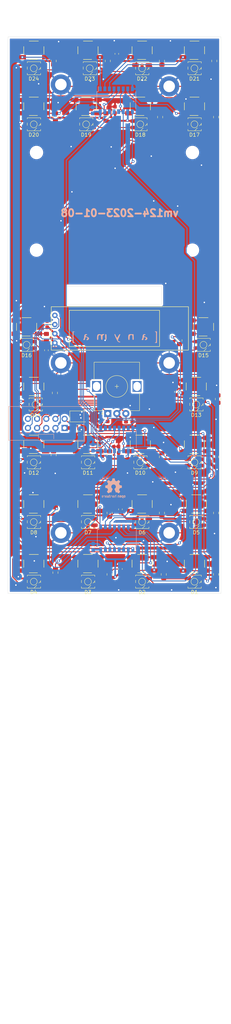
<source format=kicad_pcb>
(kicad_pcb (version 20211014) (generator pcbnew)
  (layers (0 "F.Cu" signal) (31 "B.Cu" signal) (34 "B.Paste" user) (35 "F.Paste" user) (36 "B.SilkS" user "B.Silkscreen") (37 "F.SilkS" user "F.Silkscreen") (38 "B.Mask" user) (39 "F.Mask" user) (44 "Edge.Cuts" user))
  (net 0 "")
  (net 1 "GND")
  (net 2 "VCC")
  (net 3 "Net-(D1-Pad1)")
  (net 4 "Net-(D2-Pad1)")
  (net 5 "Net-(D3-Pad1)")
  (net 6 "Net-(D4-Pad1)")
  (net 7 "Net-(D5-Pad1)")
  (net 8 "Net-(D6-Pad1)")
  (net 9 "Net-(D7-Pad1)")
  (net 10 "Net-(D8-Pad1)")
  (net 11 "Net-(D10-Pad3)")
  (net 12 "Net-(D10-Pad1)")
  (net 13 "Net-(D11-Pad1)")
  (net 14 "Net-(D12-Pad1)")
  (net 15 "Net-(D13-Pad1)")
  (net 16 "Net-(D14-Pad1)")
  (net 17 "Net-(D15-Pad1)")
  (net 18 "Net-(D16-Pad1)")
  (net 19 "Net-(D17-Pad1)")
  (net 20 "Net-(D18-Pad1)")
  (net 21 "Net-(D19-Pad1)")
  (net 22 "Net-(D20-Pad1)")
  (net 23 "Net-(D21-Pad1)")
  (net 24 "Net-(D22-Pad1)")
  (net 25 "Net-(D23-Pad1)")
  (net 26 "Net-(R5-Pad2)")
  (net 27 "Net-(R6-Pad2)")
  (net 28 "Net-(R7-Pad2)")
  (net 29 "Net-(R8-Pad2)")
  (net 30 "Net-(R9-Pad2)")
  (net 31 "Net-(R10-Pad2)")
  (net 32 "Net-(R11-Pad2)")
  (net 33 "Net-(R12-Pad2)")
  (net 34 "Net-(R13-Pad2)")
  (net 35 "Net-(R14-Pad2)")
  (net 36 "Net-(R15-Pad2)")
  (net 37 "Net-(R16-Pad2)")
  (net 38 "Net-(R17-Pad2)")
  (net 39 "Net-(R18-Pad2)")
  (net 40 "Net-(R19-Pad2)")
  (net 41 "Net-(R20-Pad2)")
  (net 42 "Net-(R29-Pad2)")
  (net 43 "Net-(R30-Pad2)")
  (net 44 "Net-(R31-Pad2)")
  (net 45 "Net-(R32-Pad2)")
  (net 46 "Net-(R33-Pad2)")
  (net 47 "Net-(R34-Pad2)")
  (net 48 "Net-(R35-Pad2)")
  (net 49 "Net-(R36-Pad2)")
  (net 50 "Net-(U2-Pad9)")
  (net 51 "Net-(U3-Pad14)")
  (net 52 "/enc_a")
  (net 53 "/enc_b")
  (net 54 "pix")
  (net 55 "Net-(FB101-Pad2)")
  (net 56 "/sda")
  (net 57 "/scl")
  (net 58 "clk")
  (net 59 "data")
  (net 60 "cs")
  (footprint "synkie_footprints:C_0603_1608Metric_Pad1.05x0.95mm_HandSolder" (layer "F.Cu") (at 71 35.5 90)
    (fp_text reference "C1" hide)
    (fp_text value "C")
  )
  (footprint "synkie_footprints:C_0603_1608Metric_Pad1.05x0.95mm_HandSolder" (layer "F.Cu") (at 70.5 51 90)
    (fp_text reference "C2" hide)
    (fp_text value "C")
  )
  (footprint "synkie_footprints:C_0603_1608Metric_Pad1.05x0.95mm_HandSolder" (layer "F.Cu") (at 51.5 117.5 -90)
    (fp_text reference "C3" hide)
    (fp_text value "C")
  )
  (footprint "synkie_footprints:C_0603_1608Metric_Pad1.05x0.95mm_HandSolder" (layer "F.Cu") (at 87.5 129 90)
    (fp_text reference "C5" hide)
    (fp_text value "C")
  )
  (footprint "synkie_footprints:C_0603_1608Metric_Pad1.05x0.95mm_HandSolder" (layer "F.Cu") (at 71.5 145 90)
    (fp_text reference "C6" hide)
    (fp_text value "C")
  )
  (footprint "synkie_footprints:C_0603_1608Metric_Pad1.05x0.95mm_HandSolder" (layer "F.Cu") (at 72 161.5 90)
    (fp_text reference "C7" hide)
    (fp_text value "C")
  )
  (footprint "synkie_footprints:C_0603_1608Metric_Pad1.05x0.95mm_HandSolder" (layer "F.Cu") (at 72 178 90)
    (fp_text reference "C8" hide)
    (fp_text value "C")
  )
  (footprint "synkie_footprints:C_0603_1608Metric_Pad1.05x0.95mm_HandSolder" (layer "F.Cu") (at 51.7 110.275 90)
    (fp_text reference "C12" hide)
    (fp_text value "C")
  )
  (footprint "Anyma06:SK6812-MINI-HS" (layer "F.Cu") (at 92.5 181.5)
    (fp_text reference "D1")
    (fp_text value "SK6812MINI")
  )
  (footprint "Anyma06:SK6812-MINI-HS" (layer "F.Cu") (at 78 181.5)
    (fp_text reference "D2")
    (fp_text value "SK6812MINI")
  )
  (footprint "Anyma06:SK6812-MINI-HS" (layer "F.Cu") (at 63 181.5)
    (fp_text reference "D3")
    (fp_text value "SK6812MINI")
  )
  (footprint "Anyma06:SK6812-MINI-HS" (layer "F.Cu") (at 48 181.5)
    (fp_text reference "D4")
    (fp_text value "SK6812MINI")
  )
  (footprint "Anyma06:SK6812-MINI-HS" (layer "F.Cu") (at 93 165)
    (fp_text reference "D5")
    (fp_text value "SK6812MINI")
  )
  (footprint "Anyma06:SK6812-MINI-HS" (layer "F.Cu") (at 78 165)
    (fp_text reference "D6")
    (fp_text value "SK6812MINI")
  )
  (footprint "Anyma06:SK6812-MINI-HS" (layer "F.Cu") (at 63 165)
    (fp_text reference "D7")
    (fp_text value "SK6812MINI")
  )
  (footprint "Anyma06:SK6812-MINI-HS" (layer "F.Cu") (at 48 165)
    (fp_text reference "D8")
    (fp_text value "SK6812MINI")
  )
  (footprint "Anyma06:SK6812-MINI-HS" (layer "F.Cu") (at 92.5 148.5)
    (fp_text reference "D9")
    (fp_text value "SK6812MINI")
  )
  (footprint "Anyma06:SK6812-MINI-HS" (layer "F.Cu") (at 63 148.5)
    (fp_text reference "D11")
    (fp_text value "SK6812MINI")
  )
  (footprint "Anyma06:SK6812-MINI-HS" (layer "F.Cu") (at 48 148.5)
    (fp_text reference "D12")
    (fp_text value "SK6812MINI")
  )
  (footprint "Anyma06:SK6812-MINI-HS" (layer "F.Cu") (at 93 132.5)
    (fp_text reference "D13")
    (fp_text value "SK6812MINI")
  )
  (footprint "Anyma06:SK6812-MINI-HS" (layer "F.Cu") (at 48.5 132.5)
    (fp_text reference "D14")
    (fp_text value "SK6812MINI")
  )
  (footprint "Anyma06:SK6812-MINI-HS" (layer "F.Cu") (at 95 116)
    (fp_text reference "D15")
    (fp_text value "SK6812MINI")
  )
  (footprint "Anyma06:SK6812-MINI-HS" (layer "F.Cu") (at 46 116)
    (fp_text reference "D16")
    (fp_text value "SK6812MINI")
  )
  (footprint "Anyma06:SK6812-MINI-HS" (layer "F.Cu") (at 92.5 55)
    (fp_text reference "D17")
    (fp_text value "SK6812MINI")
  )
  (footprint "Anyma06:SK6812-MINI-HS" (layer "F.Cu") (at 77.5 55)
    (fp_text reference "D18")
    (fp_text value "SK6812MINI")
  )
  (footprint "Anyma06:SK6812-MINI-HS" (layer "F.Cu") (at 62.5 55)
    (fp_text reference "D19")
    (fp_text value "SK6812MINI")
  )
  (footprint "Anyma06:SK6812-MINI-HS" (layer "F.Cu") (at 48 55)
    (fp_text reference "D20")
    (fp_text value "SK6812MINI")
  )
  (footprint "Anyma06:SK6812-MINI-HS" (layer "F.Cu") (at 92.5 39.5)
    (fp_text reference "D21")
    (fp_text value "SK6812MINI")
  )
  (footprint "Anyma06:SK6812-MINI-HS" (layer "F.Cu") (at 78 39.5)
    (fp_text reference "D22")
    (fp_text value "SK6812MINI")
  )
  (footprint "Anyma06:SK6812-MINI-HS" (layer "F.Cu") (at 63.5 39.5)
    (fp_text reference "D23")
    (fp_text value "SK6812MINI")
  )
  (footprint "Anyma06:SK6812-MINI-HS" (layer "F.Cu") (at 48 39.5)
    (fp_text reference "D24")
    (fp_text value "SK6812MINI")
  )
  (footprint "synkie_footprints:MountingHole_3.2mm_M3_DIN965_Pad" (layer "F.Cu") (at 85.5 168)
    (fp_text reference "H4" hide)
    (fp_text value "MountingHole_Pad")
  )
  (footprint "synkie_footprints:MountingHole_3.2mm_M3_DIN965_Pad" (layer "F.Cu") (at 55.5 168)
    (fp_text reference "H5" hide)
    (fp_text value "MountingHole_Pad")
  )
  (footprint "synkie_footprints:MountingHole_3.2mm_M3_DIN965_Pad" (layer "F.Cu") (at 85.5 121)
    (fp_text reference "H6" hide)
    (fp_text value "MountingHole_Pad")
  )
  (footprint "synkie_footprints:MountingHole_3.2mm_M3_DIN965_Pad" (layer "F.Cu") (at 55.5 44)
    (fp_text reference "H7" hide)
    (fp_text value "MountingHole_Pad")
  )
  (footprint "synkie_footprints:MountingHole_3.2mm_M3_DIN965_Pad" (layer "F.Cu") (at 55.5 121)
    (fp_text reference "H8" hide)
    (fp_text value "MountingHole_Pad")
  )
  (footprint "synkie_footprints:MountingHole_3.2mm_M3_DIN965_Pad" (layer "F.Cu") (at 85.5 44.5)
    (fp_text reference "H9" hide)
    (fp_text value "MountingHole_Pad")
  )
  (footprint "synkie_footprints:R_0805_2012Metric_Pad1.15x1.40mm_HandSolder" (layer "F.Cu") (at 53.5 37.475 90)
    (fp_text reference "R5" hide)
    (fp_text value "R")
  )
  (footprint "synkie_footprints:R_0805_2012Metric_Pad1.15x1.40mm_HandSolder" (layer "F.Cu") (at 83.5 37.475 90)
    (fp_text reference "R7" hide)
    (fp_text value "R")
  )
  (footprint "synkie_footprints:R_0805_2012Metric_Pad1.15x1.40mm_HandSolder" (layer "F.Cu") (at 98 37.475 90)
    (fp_text reference "R8" hide)
    (fp_text value "R")
  )
  (footprint "synkie_footprints:R_0805_2012Metric_Pad1.15x1.40mm_HandSolder" (layer "F.Cu") (at 54 52.975 90)
    (fp_text reference "R9" hide)
    (fp_text value "R")
  )
  (footprint "synkie_footprints:R_0805_2012Metric_Pad1.15x1.40mm_HandSolder" (layer "F.Cu") (at 68 53 90)
    (fp_text reference "R10" hide)
    (fp_text value "R")
  )
  (footprint "synkie_footprints:R_0805_2012Metric_Pad1.15x1.40mm_HandSolder" (layer "F.Cu") (at 83 53 90)
    (fp_text reference "R11" hide)
    (fp_text value "R")
  )
  (footprint "synkie_footprints:R_0805_2012Metric_Pad1.15x1.40mm_HandSolder" (layer "F.Cu") (at 98.5 53 90)
    (fp_text reference "R12" hide)
    (fp_text value "R")
  )
  (footprint "synkie_footprints:R_0805_2012Metric_Pad1.15x1.40mm_HandSolder" (layer "F.Cu") (at 54 162 90)
    (fp_text reference "R13" hide)
    (fp_text value "R")
  )
  (footprint "synkie_footprints:R_0805_2012Metric_Pad1.15x1.40mm_HandSolder" (layer "F.Cu") (at 69 162.5 90)
    (fp_text reference "R14" hide)
    (fp_text value "R")
  )
  (footprint "synkie_footprints:R_0805_2012Metric_Pad1.15x1.40mm_HandSolder" (layer "F.Cu") (at 83.5 162.5 90)
    (fp_text reference "R15" hide)
    (fp_text value "R")
  )
  (footprint "synkie_footprints:R_0805_2012Metric_Pad1.15x1.40mm_HandSolder" (layer "F.Cu") (at 98.5 162.5 90)
    (fp_text reference "R16" hide)
    (fp_text value "R")
  )
  (footprint "synkie_footprints:R_0805_2012Metric_Pad1.15x1.40mm_HandSolder" (layer "F.Cu") (at 54 179 90)
    (fp_text reference "R17" hide)
    (fp_text value "R")
  )
  (footprint "synkie_footprints:R_0805_2012Metric_Pad1.15x1.40mm_HandSolder" (layer "F.Cu") (at 69 179.5 90)
    (fp_text reference "R18" hide)
    (fp_text value "R")
  )
  (footprint "synkie_footprints:R_0805_2012Metric_Pad1.15x1.40mm_HandSolder" (layer "F.Cu") (at 84 179.5 90)
    (fp_text reference "R19" hide)
    (fp_text value "R")
  )
  (footprint "synkie_footprints:R_0805_2012Metric_Pad1.15x1.40mm_HandSolder" (layer "F.Cu") (at 98.5 179.5 90)
    (fp_text reference "R20" hide)
    (fp_text value "R")
  )
  (footprint "synkie_footprints:R_0805_2012Metric_Pad1.15x1.40mm_HandSolder" (layer "F.Cu") (at 51.5 114 90)
    (fp_text reference "R29" hide)
    (fp_text value "R")
  )
  (footprint "synkie_footprints:R_0805_2012Metric_Pad1.15x1.40mm_HandSolder" (layer "F.Cu") (at 88.35 114.775 90)
    (fp_text reference "R30" hide)
    (fp_text value "R")
  )
  (footprint "synkie_footprints:R_0805_2012Metric_Pad1.15x1.40mm_HandSolder" (layer "F.Cu") (at 53.85 129.3 90)
    (fp_text reference "R31" hide)
    (fp_text value "R")
  )
  (footprint "synkie_footprints:R_0805_2012Metric_Pad1.15x1.40mm_HandSolder" (layer "F.Cu") (at 99 131 90)
    (fp_text reference "R32" hide)
    (fp_text value "R")
  )
  (footprint "synkie_footprints:R_0805_2012Metric_Pad1.15x1.40mm_HandSolder" (layer "F.Cu") (at 53.5 146.475 90)
    (fp_text reference "R33" hide)
    (fp_text value "R")
  )
  (footprint "synkie_footprints:R_0805_2012Metric_Pad1.15x1.40mm_HandSolder" (layer "F.Cu") (at 69 146.475 90)
    (fp_text reference "R34" hide)
    (fp_text value "R")
  )
  (footprint "synkie_footprints:R_0805_2012Metric_Pad1.15x1.40mm_HandSolder" (layer "F.Cu") (at 83.5 147 90)
    (fp_text reference "R35" hide)
    (fp_text value "R")
  )
  (footprint "synkie_footprints:R_0805_2012Metric_Pad1.15x1.40mm_HandSolder" (layer "F.Cu") (at 98.5 147 90)
    (fp_text reference "R36" hide)
    (fp_text value "R")
  )
  (footprint "synkie_footprints:Alps_Tactile_Switch" (layer "F.Cu") (at 48 34.5)
    (fp_text reference "SW5" hide)
    (fp_text value "SW_Push")
  )
  (footprint "synkie_footprints:Alps_Tactile_Switch" (layer "F.Cu") (at 63 34.5)
    (fp_text reference "SW6" hide)
    (fp_text value "SW_Push")
  )
  (footprint "synkie_footprints:Alps_Tactile_Switch" (layer "F.Cu") (at 78 34.5)
    (fp_text reference "SW7" hide)
    (fp_text value "SW_Push")
  )
  (footprint "synkie_footprints:Alps_Tactile_Switch" (layer "F.Cu") (at 92.5 34.5)
    (fp_text reference "SW8" hide)
    (fp_text value "SW_Push")
  )
  (footprint "synkie_footprints:Alps_Tactile_Switch" (layer "F.Cu") (at 48 50)
    (fp_text reference "SW9" hide)
    (fp_text value "SW_Push")
  )
  (footprint "synkie_footprints:Alps_Tactile_Switch" (layer "F.Cu") (at 62.5 50)
    (fp_text reference "SW10" hide)
    (fp_text value "SW_Push")
  )
  (footprint "synkie_footprints:Alps_Tactile_Switch" (layer "F.Cu") (at 77.5 50)
    (fp_text reference "SW11" hide)
    (fp_text value "SW_Push")
  )
  (footprint "synkie_footprints:Alps_Tactile_Switch" (layer "F.Cu") (at 92.5 50)
    (fp_text reference "SW12" hide)
    (fp_text value "SW_Push")
  )
  (footprint "synkie_footprints:Alps_Tactile_Switch" (layer "F.Cu") (at 48 160)
    (fp_text reference "SW13" hide)
    (fp_text value "SW_Push")
  )
  (footprint "synkie_footprints:Alps_Tactile_Switch" (layer "F.Cu") (at 63 160)
    (fp_text reference "SW14" hide)
    (fp_text value "SW_Push")
  )
  (footprint "synkie_footprints:Alps_Tactile_Switch" (layer "F.Cu") (at 78 160)
    (fp_text reference "SW15" hide)
    (fp_text value "SW_Push")
  )
  (footprint "synkie_footprints:Alps_Tactile_Switch" (layer "F.Cu") (at 93 160)
    (fp_text reference "SW16" hide)
    (fp_text value "SW_Push")
  )
  (footprint "synkie_footprints:Alps_Tactile_Switch" (layer "F.Cu") (at 48 176.5)
    (fp_text reference "SW17" hide)
    (fp_text value "SW_Push")
  )
  (footprint "synkie_footprints:Alps_Tactile_Switch" (layer "F.Cu") (at 63 176.5)
    (fp_text reference "SW18" hide)
    (fp_text value "SW_Push")
  )
  (footprint "synkie_footprints:Alps_Tactile_Switch" (layer "F.Cu") (at 78 176.5)
    (fp_text reference "SW19" hide)
    (fp_text value "SW_Push")
  )
  (footprint "synkie_footprints:Alps_Tactile_Switch" (layer "F.Cu") (at 92.5 176.5)
    (fp_text reference "SW20" hide)
    (fp_text value "SW_Push")
  )
  (footprint "synkie_footprints:Alps_Tactile_Switch" (layer "F.Cu") (at 46 111)
    (fp_text reference "SW29" hide)
    (fp_text value "SW_Push")
  )
  (footprint "synkie_footprints:Alps_Tactile_Switch" (layer "F.Cu") (at 48 127.5)
    (fp_text reference "SW31" hide)
    (fp_text value "SW_Push")
  )
  (footprint "synkie_footprints:Alps_Tactile_Switch" (layer "F.Cu") (at 93 127.5)
    (fp_text reference "SW32" hide)
    (fp_text value "SW_Push")
  )
  (footprint "synkie_footprints:Alps_Tactile_Switch" (layer "F.Cu") (at 48 143.5)
    (fp_text reference "SW33" hide)
    (fp_text value "SW_Push")
  )
  (footprint "synkie_footprints:Alps_Tactile_Switch" (layer "F.Cu") (at 63 143.5)
    (fp_text reference "SW34" hide)
    (fp_text value "SW_Push")
  )
  (footprint "synkie_footprints:Alps_Tactile_Switch" (layer "F.Cu") (at 77.5 143.5)
    (fp_text reference "SW35" hide)
    (fp_text value "SW_Push")
  )
  (footprint "synkie_footprints:Alps_Tactile_Switch" (layer "F.Cu") (at 92.5 143.5)
    (fp_text reference "SW36" hide)
    (fp_text value "SW_Push")
  )
  (footprint "synkie_footprints:R_0805_2012Metric_Pad1.15x1.40mm_HandSolder" (layer "F.Cu") (at 68.5 37.475 90)
    (fp_text reference "R6" hide)
    (fp_text value "R")
  )
  (footprint "synkie_footprints:Bangood-OLED-128x32" (layer "F.Cu") (at 64 118)
    (fp_text reference "J101" hide)
    (fp_text value "Display")
  )
  (footprint "synkie_footprints:Alps_Tactile_Switch" (layer "F.Cu") (at 95 111)
    (fp_text reference "SW30" hide)
    (fp_text value "SW_Push")
  )
  (footprint "Anyma06:SK6812-MINI-HS" (layer "F.Cu") (at 77.5 148.5)
    (fp_text reference "D10")
    (fp_text value "SK6812MINI")
  )
  (footprint "Rotary_Encoder:RotaryEncoder_Alps_EC12E_Vertical_H20mm" (layer "F.Cu") (at 68.5 135 90)
    (fp_text reference "SW101" hide)
    (fp_text value "Rotary_Encoder")
  )
  (footprint "MountingHole:MountingHole_2.7mm_M2.5" (layer "F.Cu") (at 48.75 89.8)
    (fp_text reference "H103" hide)
    (fp_text value "MountingHole")
  )
  (footprint "MountingHole:MountingHole_2.7mm_M2.5" (layer "F.Cu") (at 48.75 62.8)
    (fp_text reference "H104" hide)
    (fp_text value "MountingHole")
  )
  (footprint "MountingHole:MountingHole_2.7mm_M2.5" (layer "F.Cu") (at 91.95 89.8)
    (fp_text reference "H102" hide)
    (fp_text value "MountingHole")
  )
  (footprint "MountingHole:MountingHole_2.7mm_M2.5" (layer "F.Cu") (at 91.95 62.8)
    (fp_text reference "H101" hide)
    (fp_text value "MountingHole")
  )
  (footprint "synkie_footprints:CP_EIA-3528-21_Kemet-B_Pad1.50x2.35mm_HandSolder" (layer "F.Cu") (at 60.625 135.8)
    (fp_text reference "C101" hide)
    (fp_text value "CP")
  )
  (footprint "synkie_footprints:C_0603_1608Metric_Pad1.05x0.95mm_HandSolder" (layer "F.Cu") (at 67.575 137.2 180)
    (fp_text reference "C102" hide)
    (fp_text value "100n")
  )
  (footprint "synkie_footprints:C_0603_1608Metric_Pad1.05x0.95mm_HandSolder" (layer "F.Cu") (at 74.425 137.3)
    (fp_text reference "C103" hide)
    (fp_text value "100n")
  )
  (footprint "synkie_footprints:L_1206_3216Metric_Pad1.42x1.75mm_HandSolder" (layer "F.Cu") (at 60.4625 139 180)
    (fp_text reference "FB101" hide)
    (fp_text value "Ferrite_Bead")
  )
  (footprint "Package_SO:SOP-16_4.4x10.4mm_P1.27mm" (layer "B.Cu") (at 71 169.5 -90)
    (fp_text reference "U3" hide)
    (fp_text value "74LS597")
  )
  (footprint "Package_SO:SOP-16_4.4x10.4mm_P1.27mm" (layer "B.Cu") (at 71 142.15 -90)
    (fp_text reference "U5" hide)
    (fp_text value "74LS597")
  )
  (footprint "Package_SO:SOP-16_4.4x10.4mm_P1.27mm" (layer "B.Cu") (at 70.86 48.35 -90)
    (fp_text reference "U2" hide)
    (fp_text value "74LS597")
  )
  (footprint "synkie_footprints:IDC-Header_2x05_P2.54mm_Vertical" (layer "B.Cu") (at 56.54 139 90)
    (fp_text reference "J102" hide)
    (fp_text value "To-CPU")
  )
  (footprint "synkie_footprints:C_0603_1608Metric_Pad1.05x0.95mm_HandSolder" (layer "B.Cu") (at 64.45 171.875 90)
    (fp_text reference "C201" hide)
    (fp_text value "C")
  )
  (footprint "synkie_footprints:C_0603_1608Metric_Pad1.05x0.95mm_HandSolder" (layer "B.Cu") (at 64.4 144.375 90)
    (fp_text reference "C202" hide)
    (fp_text value "C")
  )
  (footprint "synkie_footprints:C_0603_1608Metric_Pad1.05x0.95mm_HandSolder" (layer "B.Cu") (at 64.3 51.125 90)
    (fp_text reference "C13" hide)
    (fp_text value "C")
  )
  (footprint "anyma_footprints:logo_anyma" (layer "B.Cu") (at 70.35 113.95 180)
    (fp_text reference "U101" hide)
    (fp_text value "LOGO" hide)
  )
  (footprint "Symbol:OSHW-Logo2_7.3x6mm_SilkScreen" (layer "B.Cu") (at 70.1 155.7 180)
    (fp_text reference "U102" hide)
    (fp_text value "LOGO" hide)
  )
  (gr_line (start 57.35 99.8) (end 83.35 99.8) (layer "Edge.Cuts") (width 0.05))
  (gr_line (start 40.85 184.8) (end 40.85 30.8) (layer "Edge.Cuts") (width 0.05))
  (gr_line (start 99.85 184.8) (end 40.85 184.8) (layer "Edge.Cuts") (width 0.05))
  (gr_line (start 40.85 30.8) (end 99.85 30.8) (layer "Edge.Cuts") (width 0.05))
  (gr_line (start 83.35 104.8) (end 83.35 99.8) (layer "Edge.Cuts") (width 0.05))
  (gr_line (start 99.85 30.8) (end 99.85 184.8) (layer "Edge.Cuts") (width 0.05))
  (gr_line (start 57.35 99.8) (end 57.35 104.8) (layer "Edge.Cuts") (width 0.05))
  (gr_line (start 57.35 104.8) (end 83.35 104.8) (layer "Edge.Cuts") (width 0.05))
  (gr_text "vm124-2023-01-08" (at 71.7724 79.5478) (layer "B.SilkS") (effects (font (size 2 2) (thickness 0.5)) (justify mirror)))
  (segment (start 75.3 137.3) (end 75.3 137.775) (width 0.25) (layer "F.Cu") (net 1))
  (segment (start 61.3076 134.8576) (end 62.25 135.8) (width 0.25) (layer "F.Cu") (net 1))
  (segment (start 95.805 48.24) (end 97.055 48.24) (width 0.25) (layer "F.Cu") (net 1))
  (segment (start 51.305 125.74) (end 52.555 125.74) (width 0.25) (layer "F.Cu") (net 1))
  (segment (start 75.3 133.4) (end 75.3 137.3) (width 0.25) (layer "F.Cu") (net 1))
  (segment (start 65.3 40.39) (end 65.3 44.348) (width 0.25) (layer "F.Cu") (net 1))
  (segment (start 92.4182 152.6744) (end 79.4686 152.6744) (width 0.25) (layer "F.Cu") (net 1))
  (segment (start 99.02501 33.52501) (end 98.24 32.74) (width 0.25) (layer "F.Cu") (net 1))
  (segment (start 49.8 183.788) (end 65.119 183.788) (width 0.25) (layer "F.Cu") (net 1))
  (segment (start 88.945 105.5) (end 91.835 108.39) (width 0.25) (layer "F.Cu") (net 1))
  (segment (start 55.51 48.24) (end 54.75 49) (width 0.25) (layer "F.Cu") (net 1))
  (segment (start 71.5 143.325) (end 71.5 143.6) (width 0.25) (layer "F.Cu") (net 1))
  (segment (start 64.8 152.6618) (end 64.7874 152.6744) (width 0.25) (layer "F.Cu") (net 1))
  (segment (start 74.335 141.74) (end 73.085 141.74) (width 0.25) (layer "F.Cu") (net 1))
  (segment (start 84.55 99) (end 84.55 67.8) (width 0.25) (layer "F.Cu") (net 1))
  (segment (start 94.8 136.454) (end 93.954 137.3) (width 0.25) (layer "F.Cu") (net 1))
  (segment (start 72 158.65) (end 72 160.625) (width 0.25) (layer "F.Cu") (net 1))
  (segment (start 65.452 44.5) (end 56 44.5) (width 0.25) (layer "F.Cu") (net 1))
  (segment (start 73.585 32.74) (end 74.835 32.74) (width 0.25) (layer "F.Cu") (net 1))
  (segment (start 66.7 137.2) (end 63.65 137.2) (width 0.25) (layer "F.Cu") (net 1))
  (segment (start 47.8 116.89) (end 49.285 118.375) (width 0.25) (layer "F.Cu") (net 1))
  (segment (start 49.8 182.39) (end 49.8 183.788) (width 0.25) (layer "F.Cu") (net 1))
  (segment (start 89.835 125.74) (end 87.21 125.74) (width 0.25) (layer "F.Cu") (net 1))
  (segment (start 79.978 183.788) (end 86.1756 183.788) (width 0.25) (layer "F.Cu") (net 1))
  (segment (start 49.285 118.375) (end 51.5 118.375) (width 0.25) (layer "F.Cu") (net 1))
  (segment (start 79.6812 168) (end 85.5 168) (width 0.25) (layer "F.Cu") (net 1))
  (segment (start 60.203 141.74) (end 62.171918 143.708918) (width 0.25) (layer "F.Cu") (net 1))
  (segment (start 72.41 158.24) (end 72 158.65) (width 0.25) (layer "F.Cu") (net 1))
  (segment (start 49.305 108.39) (end 51.8839 105.8111) (width 0.25) (layer "F.Cu") (net 1))
  (segment (start 92.69 121) (end 85.5 121) (width 0.25) (layer "F.Cu") (net 1))
  (segment (start 94.3 40.39) (end 90.19 44.5) (width 0.25) (layer "F.Cu") (net 1))
  (segment (start 91.835 109.24) (end 98.305 109.24) (width 0.25) (layer "F.Cu") (net 1))
  (segment (start 88.585 125.74) (end 87.5 126.825) (width 0.25) (layer "F.Cu") (net 1))
  (segment (start 71 34.625) (end 71 34.1) (width 0.25) (layer "F.Cu") (net 1))
  (segment (start 69.124732 141.74) (end 69.078866 141.694134) (width 0.25) (layer "F.Cu") (net 1))
  (segment (start 60.8504 136.012) (end 61.0536 136.2152) (width 0.25) (layer "F.Cu") (net 1))
  (segment (start 87.5 127.6) (end 87.5 128.125) (width 0.25) (layer "F.Cu") (net 1))
  (segment (start 79.3 152.5058) (end 79.4686 152.6744) (width 0.25) (layer "F.Cu") (net 1))
  (segment (start 72.685797 138.10001) (end 71 136.414213) (width 0.25) (layer "F.Cu") (net 1))
  (segment (start 44.835 125.74) (end 51.305 125.74) (width 0.25) (layer "F.Cu") (net 1))
  (segment (start 44.835 174.74) (end 72.29 174.74) (width 0.25) (layer "F.Cu") (net 1))
  (segment (start 91.835 108.39) (end 91.835 109.24) (width 0.25) (layer "F.Cu") (net 1))
  (segment (start 79.8 183.61) (end 79.978 183.788) (width 0.25) (layer "F.Cu") (net 1))
  (segment (start 51.7 109.4) (end 49.465 109.4) (width 0.25) (layer "F.Cu") (net 1))
  (segment (start 96.305 125.74) (end 89.835 125.74) (width 0.25) (layer "F.Cu") (net 1))
  (segment (start 90.19 44.5) (end 85.5 44.5) (width 0.25) (layer "F.Cu") (net 1))
  (segment (start 98.24 32.74) (end 95.805 32.74) (width 0.25) (layer "F.Cu") (net 1))
  (segment (start 49.305 109.24) (end 49.305 108.39) (width 0.25) (layer "F.Cu") (net 1))
  (segment (start 89.459797 121) (end 85.5 121) (width 0.25) (layer "F.Cu") (net 1))
  (segment (start 72 175.03) (end 72 177.125) (width 0.25) (layer "F.Cu") (net 1))
  (segment (start 93.954 137.3) (end 75.3 137.3) (width 0.25) (layer "F.Cu") (net 1))
  (segment (start 61.3076 134.5642) (end 61.3076 134.8576) (width 0.25) (layer "F.Cu") (net 1))
  (segment (start 49.8 165.89) (end 53.39 165.89) (width 0.25) (layer "F.Cu") (net 1))
  (segment (start 79.8 165.89) (end 79.8 167.8812) (width 0.25) (layer "F.Cu") (net 1))
  (segment (start 69.078866 141.694134) (end 46.130866 141.694134) (width 0.25) (layer "F.Cu") (net 1))
  (segment (start 86.1756 183.788) (end 94.583 183.788) (width 0.25) (layer "F.Cu") (net 1))
  (segment (start 63.65 137.2) (end 62.25 135.8) (width 0.25) (layer "F.Cu") (net 1))
  (segment (start 64.8 182.39) (end 64.8 183.469) (width 0.25) (layer "F.Cu") (net 1))
  (segment (start 87.5 126.825) (end 87.5 127.6) (width 0.25) (layer "F.Cu") (net 1))
  (segment (start 71.5 143.6) (end 71.5 144.125) (width 0.25) (layer "F.Cu") (net 1))
  (segment (start 73.697678 131.797678) (end 74.7 132.8) (width 0.25) (layer "F.Cu") (net 1))
  (segment (start 75.3 137.775) (end 74.97499 138.10001) (width 0.25) (layer "F.Cu") (net 1))
  (segment (start 72.29 174.74) (end 95.805 174.74) (width 0.25) (layer "F.Cu") (net 1))
  (segment (start 52.875 118.375) (end 55.5 121) (width 0.25) (layer "F.Cu") (net 1))
  (segment (start 44.835 48.24) (end 70.35 48.3) (width 0.25) (layer "F.Cu") (net 1))
  (segment (start 74.7 132.8) (end 75.3 133.4) (width 0.25) (layer "F.Cu") (net 1))
  (segment (start 94.3 150.7926) (end 92.4182 152.6744) (width 0.25) (layer "F.Cu") (net 1))
  (segment (start 99.02501 46.26999) (end 99.02501 33.52501) (width 0.25) (layer "F.Cu") (net 1))
  (segment (start 64.8 165.89) (end 64.8 167.927) (width 0.25) (layer "F.Cu") (net 1))
  (segment (start 42.835 109.24) (end 49.305 109.24) (width 0.25) (layer "F.Cu") (net 1))
  (segment (start 61.8348 136.2152) (end 61.0536 136.2152) (width 0.25) (layer "F.Cu") (net 1))
  (segment (start 59.335 48.24) (end 55.51 48.24) (width 0.25) (layer "F.Cu") (net 1))
  (segment (start 46.130866 141.694134) (end 46.085 141.74) (width 0.25) (layer "F.Cu") (net 1))
  (segment (start 89.835 125.74) (end 88.585 125.74) (width 0.25) (layer "F.Cu") (net 1))
  (segment (start 70.5 48.45) (end 70.35 48.3) (width 0.25) (layer "F.Cu") (net 1))
  (segment (start 74.97499 138.10001) (end 72.685797 138.10001) (width 0.25) (layer "F.Cu") (net 1))
  (segment (start 79.8 182.39) (end 79.8 183.61) (width 0.25) (layer "F.Cu") (net 1))
  (segment (start 95.805 141.74) (end 69.124732 141.74) (width 0.25) (layer "F.Cu") (net 1))
  (segment (start 49.8 40.39) (end 51.89 40.39) (width 0.25) (layer "F.Cu") (net 1))
  (segment (start 72.36 32.74) (end 73.585 32.74) (width 0.25) (layer "F.Cu") (net 1))
  (segment (start 50.3 133.39) (end 51.892322 131.797678) (width 0.25) (layer "F.Cu") (net 1))
  (segment (start 44.835 158.24) (end 46.085 158.24) (width 0.25) (layer "F.Cu") (net 1))
  (segment (start 64.8 183.469) (end 65.119 183.788) (width 0.25) (layer "F.Cu") (net 1))
  (segment (start 94.3 149.39) (end 94.3 150.7926) (width 0.25) (layer "F.Cu") (net 1))
  (segment (start 51.8839 105.8111) (end 51.3611 105.8111) (width 0.25) (layer "F.Cu") (net 1))
  (segment (start 79.3 149.39) (end 79.3 152.5058) (width 0.25) (layer "F.Cu") (net 1))
  (segment (start 44.93 32.74) (end 95.805 32.74) (width 0.25) (layer "F.Cu") (net 1))
  (segment (start 94.8 165.89) (end 92.69 168) (width 0.25) (layer "F.Cu") (net 1))
  (segment (start 84.55 100.505012) (end 84.55 99) (width 0.25) (layer "F.Cu") (net 1))
  (segment (start 53.0844 152.6744) (end 49.8 149.39) (width 0.25) (layer "F.Cu") (net 1))
  (segment (start 92.69 168) (end 85.5 168) (width 0.25) (layer "F.Cu") (net 1))
  (segment (start 71.5198 183.788) (end 79.978 183.788) (width 0.25) (layer "F.Cu") (net 1))
  (segment (start 51.3611 105.8111) (end 50.95 105.4) (width 0.25) (layer "F.Cu") (net 1))
  (segment (start 97.055 48.24) (end 99.02501 46.26999) (width 0.25) (layer "F.Cu") (net 1))
  (segment (start 51.5 118.375) (end 52.875 118.375) (width 0.25) (layer "F.Cu") (net 1))
  (segment (start 89.8 121) (end 89.459797 121) (width 0.25) (layer "F.Cu") (net 1))
  (segment (start 73.085 141.74) (end 71.5 143.325) (width 0.25) (layer "F.Cu") (net 1))
  (segment (start 71 34.1) (end 72.36 32.74) (width 0.25) (layer "F.Cu") (net 1))
  (segment (start 88.45 105.5) (end 88.45 104.405012) (width 0.25) (layer "F.Cu") (net 1))
  (segment (start 72.41 158.24) (end 96.305 158.24) (width 0.25) (layer "F.Cu") (net 1))
  (segment (start 94.583 183.788) (end 94.583 182.673) (width 0.25) (layer "F.Cu") (net 1))
  (segment (start 79.4686 152.6744) (end 64.7874 152.6744) (width 0.25) (layer "F.Cu") (net 1))
  (segment (start 70.5 50.125) (end 70.5 48.45) (width 0.25) (layer "F.Cu") (net 1))
  (segment (start 65.119 183.788) (end 71.5198 183.788) (width 0.25) (layer "F.Cu") (net 1))
  (segment (start 70.35 48.3) (end 95.805 48.24) (width 0.25) (layer "F.Cu") (net 1))
  (segment (start 64.873 168) (end 79.6812 168) (width 0.25) (layer "F.Cu") (net 1))
  (segment (start 46.085 141.74) (end 44.835 141.74) (width 0.25) (layer "F.Cu") (net 1))
  (segment (start 79.8 167.8812) (end 79.6812 168) (width 0.25) (layer "F.Cu") (net 1))
  (segment (start 79.8 40.39) (end 81.39 40.39) (width 0.25) (layer "F.Cu") (net 1))
  (segment (start 96.8 116.89) (end 92.69 121) (width 0.25) (layer "F.Cu") (net 1))
  (segment (start 60.8504 135.3516) (end 61.8016 135.3516) (width 0.25) (layer "F.Cu") (net 1))
  (segment (start 94.8 133.39) (end 94.8 136.454) (width 0.25) (layer "F.Cu") (net 1))
  (segment (start 52.555 125.74) (end 55.5 122.795) (width 0.25) (layer "F.Cu") (net 1))
  (segment (start 51.89 40.39) (end 55.5 44) (width 0.25) (layer "F.Cu") (net 1))
  (segment (start 81.39 40.39) (end 85.5 44.5) (width 0.25) (layer "F.Cu") (net 1))
  (segment (start 55.5 121) (end 85.5 121) (width 0.25) (layer "F.Cu") (net 1))
  (segment (start 60.8504 135.3516) (end 60.8504 136.012) (width 0.25) (layer "F.Cu") (net 1))
  (segment (start 72.29 174.74) (end 72 175.03) (width 0.25) (layer "F.Cu") (net 1))
  (segment (start 64.7874 152.6744) (end 53.0844 152.6744) (width 0.25) (layer "F.Cu") (net 1))
  (segment (start 55.5 168) (end 64.873 168) (width 0.25) (layer "F.Cu") (net 1))
  (segment (start 84.55 67.8) (end 80.55 63.8) (width 0.25) (layer "F.Cu") (net 1))
  (segment (start 64.8 167.927) (end 64.873 168) (width 0.25) (layer "F.Cu") (net 1))
  (segment (start 46.085 158.24) (end 72.41 158.24) (width 0.25) (layer "F.Cu") (net 1))
  (segment (start 51.892322 131.797678) (end 73.697678 131.797678) (width 0.25) (layer "F.Cu") (net 1))
  (segment (start 65.3 44.348) (end 65.452 44.5) (width 0.25) (layer "F.Cu") (net 1))
  (segment (start 64.8 149.39) (end 64.8 152.6618) (width 0.25) (layer "F.Cu") (net 1))
  (segment (start 87.21 125.74) (end 86.55 126.4) (width 0.25) (layer "F.Cu") (net 1))
  (segment (start 85.5 44.5) (end 65.452 44.5) (width 0.25) (layer "F.Cu") (net 1))
  (segment (start 88.45 105.5) (end 88.945 105.5) (width 0.25) (layer "F.Cu") (net 1))
  (segment (start 88.45 104.405012) (end 84.55 100.505012) (width 0.25) (layer "F.Cu") (net 1))
  (segment (start 71 136.414213) (end 71 135) (width 0.25) (layer "F.Cu") (net 1))
  (segment (start 53.39 165.89) (end 55.5 168) (width 0.25) (layer "F.Cu") (net 1))
  (via (at 98.4932 136.5962) (size 0.8) (drill 0.4) (layers "F.Cu" "B.Cu") (net 1))
  (via (at 62.171918 143.708918) (size 0.8) (drill 0.4) (layers "F.Cu" "B.Cu") (net 1))
  (via (at 84.55 99) (size 0.8) (drill 0.4) (layers "F.Cu" "B.Cu") (net 1))
  (via (at 78.0716 42.8194) (size 0.8) (drill 0.4) (layers "F.Cu" "B.Cu") (net 1))
  (via (at 70.75 169.35) (size 0.8) (drill 0.4) (layers "F.Cu" "B.Cu") (net 1))
  (via (at 90.15 48) (size 0.8) (drill 0.4) (layers "F.Cu" "B.Cu") (net 1))
  (via (at 81.2212 76.195) (size 0.8) (drill 0.4) (layers "F.Cu" "B.Cu") (net 1))
  (via (at 70.2992 31.872) (size 0.8) (drill 0.4) (layers "F.Cu" "B.Cu") (net 1))
  (via (at 43.05 182.45) (size 0.8) (drill 0.4) (layers "F.Cu" "B.Cu") (net 1))
  (via (at 54.8814 32.126) (size 0.8) (drill 0.4) (layers "F.Cu" "B.Cu") (net 1))
  (via (at 87.241 151.2266) (size 0.8) (drill 0.4) (layers "F.Cu" "B.Cu") (net 1))
  (via (at 49.35 43.8) (size 0.8) (drill 0.4) (layers "F.Cu" "B.Cu") (net 1))
  (via (at 73.9568 151.4552) (size 0.8) (drill 0.4) (layers "F.Cu" "B.Cu") (net 1))
  (via (at 98.4424 183.1544) (size 0.8) (drill 0.4) (layers "F.Cu" "B.Cu") (net 1))
  (via (at 78.4 170.15) (size 0.8) (drill 0.4) (layers "F.Cu" "B.Cu") (net 1))
  (via (at 74.75 141.6) (size 0.8) (drill 0.4) (layers "F.Cu" "B.Cu") (net 1))
  (via (at 97.0962 42.5146) (size 0.8) (drill 0.4) (layers "F.Cu" "B.Cu") (net 1))
  (via (at 83.95 143) (size 0.8) (drill 0.4) (layers "F.Cu" "B.Cu") (net 1))
  (via (at 86.55 126.4) (size 0.8) (drill 0.4) (layers "F.Cu" "B.Cu") (net 1))
  (via (at 70.5278 67.1526) (size 0.8) (drill 0.4) (layers "F.Cu" "B.Cu") (net 1))
  (via (at 98.0614 168.1938) (size 0.8) (drill 0.4) (layers "F.Cu" "B.Cu") (net 1))
  (via (at 92.1045 154.6931) (size 0.8) (drill 0.4) (layers "F.Cu" "B.Cu") (net 1))
  (via (at 81.25 138.85) (size 0.8) (drill 0.4) (layers "F.Cu" "B.Cu") (net 1))
  (via (at 67.2766 42.5146) (size 0.8) (drill 0.4) (layers "F.Cu" "B.Cu") (net 1))
  (via (at 61.0536 136.2152) (size 0.8) (drill 0.4) (layers "F.Cu" "B.Cu") (net 1))
  (via (at 84.95 175.9) (size 0.8) (drill 0.4) (layers "F.Cu" "B.Cu") (net 1))
  (via (at 55.5418 81.6814) (size 0.8) (drill 0.4) (layers "F.Cu" "B.Cu") (net 1))
  (via (at 74.7 132.8) (size 0.8) (drill 0.4) (layers "F.Cu" "B.Cu") (net 1))
  (via (at 80.55 63.8) (size 0.8) (drill 0.4) (layers "F.Cu" "B.Cu") (net 1))
  (via (at 94.45 66.3) (size 0.8) (drill 0.4) (layers "F.Cu" "B.Cu") (net 1))
  (via (at 47.7694 156.8654) (size 0.8) (drill 0.4) (layers "F.Cu" "B.Cu") (net 1))
  (via (at 69.45 61.25) (size 0.8) (drill 0.4) (layers "F.Cu" "B.Cu") (net 1))
  (via (at 58.5644 73.6804) (size 0.8) (drill 0.4) (layers "F.Cu" "B.Cu") (net 1))
  (via (at 63.6952 43.048) (size 0.8) (drill 0.4) (layers "F.Cu" "B.Cu") (net 1))
  (via (at 45.458 151.4298) (size 0.8) (drill 0.4) (layers "F.Cu" "B.Cu") (net 1))
  (via (at 95.242 104.262) (size 0.8) (drill 0.4) (layers "F.Cu" "B.Cu") (net 1))
  (via (at 71.5198 183.788) (size 0.8) (drill 0.4) (layers "F.Cu" "B.Cu") (net 1))
  (via (at 85.844 31.9228) (size 0.8) (drill 0.4) (layers "F.Cu" "B.Cu") (net 1))
  (via (at 65.996831 134.917203) (size 0.8) (drill 0.4) (layers "F.Cu" "B.Cu") (net 1))
  (via (at 98.6456 127.1982) (size 0.8) (drill 0.4) (layers "F.Cu" "B.Cu") (net 1))
  (via (at 48.6 169.05) (size 0.8) (drill 0.4) (layers "F.Cu" "B.Cu") (net 1))
  (via (at 60.8504 135.3516) (size 0.8) (drill 0.4) (layers "F.Cu" "B.Cu") (net 1))
  (via (at 48.1504 175.763) (size 0.8) (drill 0.4) (layers "F.Cu" "B.Cu") (net 1))
  (via (at 80.0274 133.7514) (size 0.8) (drill 0.4) (layers "F.Cu" "B.Cu") (net 1))
  (via (at 54.75 49) (size 0.8) (drill 0.4) (layers "F.Cu" "B.Cu") (net 1))
  (via (at 50.95 105.4) (size 0.8) (drill 0.4) (layers "F.Cu" "B.Cu") (net 1))
  (via (at 65.996832 136.5962) (size 0.8) (drill 0.4) (layers "F.Cu" "B.Cu") (net 1))
  (via (at 61.3076 134.5642) (size 0.8) (drill 0.4) (layers "F.Cu" "B.Cu") (net 1))
  (via (at 87.8506 77.6174) (size 0.8) (drill 0.4) (layers "F.Cu" "B.Cu") (net 1))
  (via (at 98.7726 150.4646) (size 0.8) (drill 0.4) (layers "F.Cu" "B.Cu") (net 1))
  (via (at 58.35 61.15) (size 0.8) (drill 0.4) (layers "F.Cu" "B.Cu") (net 1))
  (via (at 80.95 153.9) (size 0.8) (drill 0.4) (layers "F.Cu" "B.Cu") (net 1))
  (via (at 67.75 114.75) (size 0.8) (drill 0.4) (layers "F.Cu" "B.Cu") (net 1))
  (via (at 47.187782 144.6219) (size 0.8) (drill 0.4) (layers "F.Cu" "B.Cu") (net 1))
  (via (at 86.1756 183.788) (size 0.8) (drill 0.4) (layers "F.Cu" "B.Cu") (net 1))
  (via (at 53.95 151.55) (size 0.8) (drill 0.4) (layers "F.Cu" "B.Cu") (net 1))
  (via (at 86 160.2) (size 0.8) (drill 0.4) (layers "F.Cu" "B.Cu") (net 1))
  (segment (start 89.15 58.2) (end 90.15 57.2) (width 0.25) (layer "B.Cu") (net 1))
  (segment (start 55.351399 137.648601) (end 55.351399 125.108398) (width 0.25) (layer "B.Cu") (net 1))
  (segment (start 89 48) (end 85.5 44.5) (width 0.25) (layer "B.Cu") (net 1))
  (segment (start 85.5 121) (end 85.5 99.95) (width 0.25) (layer "B.Cu") (net 1))
  (segment (start 53.84 115.46) (end 53.84 119.34) (width 0.25) (layer "B.Cu") (net 1))
  (segment (start 55.5 124.959797) (end 55.5 121) (width 0.25) (layer "B.Cu") (net 1))
  (segment (start 75.45 139) (end 75.45 140.9) (width 0.25) (layer "B.Cu") (net 1))
  (segment (start 62.380836 143.5) (end 62.171918 143.708918) (width 0.25) (layer "B.Cu") (net 1))
  (segment (start 54.75 49) (end 55.5 48.25) (width 0.25) (layer "B.Cu") (net 1))
  (segment (start 55.5 48.25) (end 55.5 44) (width 0.25) (layer "B.Cu") (net 1))
  (segment (start 75.45 140.9) (end 74.75 141.6) (width 0.25) (layer "B.Cu") (net 1))
  (segment (start 55.351399 125.108398) (end 55.5 124.959797) (width 0.25) (layer "B.Cu") (net 1))
  (segment (start 90.15 48) (end 89 48) (width 0.25) (layer "B.Cu") (net 1))
  (segment (start 60.95 57.6) (end 60.95 53.125) (width 0.25) (layer "B.Cu") (net 1))
  (segment (start 85.5 125.35) (end 85.5 121) (width 0.25) (layer "B.Cu") (net 1))
  (segment (start 75.31 45.2) (end 84.8 45.2) (width 0.25) (layer "B.Cu") (net 1))
  (segment (start 90.15 49.15) (end 88.299999 47.299999) (width 0.25) (layer "B.Cu") (net 1))
  (segment (start 90.15 57.2) (end 90.15 49.15) (width 0.25) (layer "B.Cu") (net 1))
  (segment (start 60.95 53.125) (end 63.825 50.25) (width 0.25) (layer "B.Cu") (net 1))
  (segment (start 54 139) (end 55.351399 137.648601) (width 0.25) (layer "B.Cu") (net 1))
  (segment (start 64.4 143.5) (end 62.380836 143.5) (width 0.25) (layer "B.Cu") (net 1))
  (segment (start 61.3076 134.8944) (end 60.8504 135.3516) (width 0.25) (layer "B.Cu") (net 1))
  (segment (start 86.55 126.4) (end 85.5 125.35) (width 0.25) (layer "B.Cu") (net 1))
  (segment (start 63.825 50.25) (end 64.3 50.25) (width 0.25) (layer "B.Cu") (net 1))
  (segment (start 61.3076 134.5642) (end 61.3076 134.8944) (width 0.25) (layer "B.Cu") (net 1))
  (segment (start 88.299999 47.299999) (end 85.5 44.5) (width 0.25) (layer "B.Cu") (net 1))
  (segment (start 85.5 99.95) (end 84.55 99) (width 0.25) (layer "B.Cu") (net 1))
  (segment (start 71.5 147.2856) (end 71.7144 147.5) (width 0.5) (layer "F.Cu") (net 2))
  (segment (start 70.7606 54.025) (end 68 54.025) (width 0.5) (layer "F.Cu") (net 2))
  (segment (start 67.29612 146.66048) (end 62.10952 146.66048) (width 0.5) (layer "F.Cu") (net 2))
  (segment (start 71.7144 147.5) (end 75.55 147.5) (width 0.5) (layer "F.Cu") (net 2))
  (segment (start 73.9314 53.8938) (end 73.6858 53.8938) (width 0.5) (layer "F.Cu") (net 2))
  (segment (start 70.35 180.525) (end 72 178.875) (width 0.5) (layer "F.Cu") (net 2))
  (segment (start 44.16 115.11) (end 43.479 115.11) (width 0.5) (layer "F.Cu") (net 2))
  (segment (start 67.13548 53.16048) (end 60.89792 53.16048) (width 0.5) (layer "F.Cu") (net 2))
  (segment (start 51.5 115.6) (end 52.672001 116.772001) (width 0.5) (layer "F.Cu") (net 2))
  (segment (start 71 36.375) (end 71 37.3988) (width 0.5) (layer "F.Cu") (net 2))
  (segment (start 76.242001 179.649999) (end 84.000001 179.649999) (width 0.5) (layer "F.Cu") (net 2))
  (segment (start 84 179.95) (end 84 180.525) (width 0.5) (layer "F.Cu") (net 2))
  (segment (start 52.66048 146.66048) (end 47.10952 146.66048) (width 0.5) (layer "F.Cu") (net 2))
  (segment (start 47.10952 53.16048) (end 46.16 54.11) (width 0.5) (layer "F.Cu") (net 2))
  (segment (start 71 37.3988) (end 71.090711 37.489511) (width 0.5) (layer "F.Cu") (net 2))
  (segment (start 44.556 54.11) (end 44.188 54.478) (width 0.5) (layer "F.Cu") (net 2))
  (segment (start 90.92072 53.84928) (end 90.66 54.11) (width 0.5) (layer "F.Cu") (net 2))
  (segment (start 46.16 164.11) (end 44.6508 164.11) (width 0.5) (layer "F.Cu") (net 2))
  (segment (start 89.541711 130.489511) (end 88.114511 130.489511) (width 0.5) (layer "F.Cu") (net 2))
  (segment (start 46.16 54.11) (end 44.556 54.11) (width 0.5) (layer "F.Cu") (net 2))
  (segment (start 98.5 163.525) (end 98.13548 163.16048) (width 0.5) (layer "F.Cu") (net 2))
  (segment (start 87.073661 116.799139) (end 88.0728 115.8) (width 0.5) (layer "F.Cu") (net 2))
  (segment (start 91.16 131.61) (end 91.16 130.7616) (width 0.5) (layer "F.Cu") (net 2))
  (segment (start 54 54) (end 53.16048 53.16048) (width 0.5) (layer "F.Cu") (net 2))
  (segment (start 47.95073 164.11) (end 46.16 164.11) (width 0.5) (layer "F.Cu") (net 2))
  (segment (start 69 147.5) (end 68.16048 146.66048) (width 0.5) (layer "F.Cu") (net 2))
  (segment (start 90.089911 37.489511) (end 90.089911 38.039911) (width 0.5) (layer "F.Cu") (net 2))
  (segment (start 98.5 148.025) (end 97.13548 146.66048) (width 0.5) (layer "F.Cu") (net 2))
  (segment (start 46.16 147.61) (end 44.5788 147.61) (width 0.5) (layer "F.Cu") (net 2))
  (segment (start 61.16 180.61) (end 54.585 180.61) (width 0.5) (layer "F.Cu") (net 2))
  (segment (start 53.5 147.5) (end 52.66048 146.66048) (width 0.5) (layer "F.Cu") (net 2))
  (segment (start 77.10952 163.16048) (end 76.16 164.11) (width 0.5) (layer "F.Cu") (net 2))
  (segment (start 76.60952 146.66048) (end 75.66 147.61) (width 0.5) (layer "F.Cu") (net 2))
  (segment (start 90.66 180.61) (end 84.085 180.61) (width 0.5) (layer "F.Cu") (net 2))
  (segment (start 57.719139 116.799139) (end 53.84 112.92) (width 0.5) (layer "F.Cu") (net 2))
  (segment (start 61.667311 37.489511) (end 53.099289 37.489511) (width 0.5) (layer "F.Cu") (net 2))
  (segment (start 68 54.025) (end 67.13548 53.16048) (width 0.5) (layer "F.Cu") (net 2))
  (segment (start 90.887911 130.489511) (end 89.541711 130.489511) (width 0.5) (layer "F.Cu") (net 2))
  (segment (start 62.10952 179.66048) (end 68.13548 179.66048) (width 0.5) (layer "F.Cu") (net 2))
  (segment (start 62.10952 163.16048) (end 61.16 164.11) (width 0.5) (layer "F.Cu") (net 2))
  (segment (start 71.090711 37.489511) (end 68.644089 37.489511) (width 0.5) (layer "F.Cu") (net 2))
  (segment (start 44.5788 147.61) (end 44.3658 147.823) (width 0.5) (layer "F.Cu") (net 2))
  (segment (start 49.873623 115.025) (end 49.009103 114.16048) (width 0.5) (layer "F.Cu") (net 2))
  (segment (start 67.175 146.7816) (end 67.29612 146.66048) (width 0.5) (layer "F.Cu") (net 2))
  (segment (start 90.66 147.61) (end 83.915 147.61) (width 0.5) (layer "F.Cu") (net 2))
  (segment (start 93.16 115.11) (end 89.04 115.11) (width 0.5) (layer "F.Cu") (net 2))
  (segment (start 46.66 131.61) (end 44.4596 131.61) (width 0.5) (layer "F.Cu") (net 2))
  (segment (start 46.66 131.61) (end 47.60952 130.66048) (width 0.5) (layer "F.Cu") (net 2))
  (segment (start 83.5 37.6704) (end 83.680889 37.489511) (width 0.5) (layer "F.Cu") (net 2))
  (segment (start 91.16 130.7616) (end 90.887911 130.489511) (width 0.5) (layer "F.Cu") (net 2))
  (segment (start 51.5 115.025) (end 51.5 115.6) (width 0.5) (layer "F.Cu") (net 2))
  (segment (start 83.5 148.025) (end 82.13548 146.66048) (width 0.5) (layer "F.Cu") (net 2))
  (segment (start 54 163.025) (end 49.03573 163.025) (width 0.5) (layer "F.Cu") (net 2))
  (segment (start 83.5 38.5) (end 83.5 37.6704) (width 0.5) (layer "F.Cu") (net 2))
  (segment (start 76.60952 53.16048) (end 75.66 54.11) (width 0.5) (layer "F.Cu") (net 2))
  (segment (start 98.5 180.525) (end 98.5 179.95) (width 0.5) (layer "F.Cu") (net 2))
  (segment (start 62.10952 163.16048) (end 54.13548 163.16048) (width 0.5) (layer "F.Cu") (net 2))
  (segment (start 67.175 147.5436) (end 67.175 146.7816) (width 0.5) (layer "F.Cu") (net 2))
  (segment (start 43.479 115.11) (end 43.2482 114.8792) (width 0.5) (layer "F.Cu") (net 2))
  (segment (start 90.089911 38.039911) (end 90.66 38.61) (width 0.5) (layer "F.Cu") (net 2))
  (segment (start 49.009103 114.16048) (end 45.10952 114.16048) (width 0.5) (layer "F.Cu") (net 2))
  (segment (start 53.099289 37.489511) (end 47.280489 37.489511) (width 0.5) (layer "F.Cu") (net 2))
  (segment (start 75.575 54.025) (end 73.5546 54.025) (width 0.5) (layer "F.Cu") (net 2))
  (segment (start 54 180.025) (end 53.548 179.573) (width 0.5) (layer "F.Cu") (net 2))
  (segment (start 47.280489 37.489511) (end 46.16 38.61) (width 0.5) (layer "F.Cu") (net 2))
  (segment (start 73.249999 179.649999) (end 76.242001 179.649999) (width 0.5) (layer "F.Cu") (net 2))
  (segment (start 76.16 164.11) (end 73.735 164.11) (width 0.5) (layer "F.Cu") (net 2))
  (segment (start 57.724337 116.799139) (end 57.262609 116.337411) (width 0.5) (layer "F.Cu") (net 2))
  (segment (start 69.3424 180.1826) (end 69 180.525) (width 0.5) (layer "F.Cu") (net 2))
  (segment (start 70.5 51.875) (end 70.5 53.7644) (width 0.5) (layer "F.Cu") (net 2))
  (segment (start 67.2592 53.2842) (end 68 54.025) (width 0.5) (layer "F.Cu") (net 2))
  (segment (start 90.92072 53.16048) (end 83.09752 53.16048) (width 0.5) (layer "F.Cu") (net 2))
  (segment (start 54 180.025) (end 53.63548 179.66048) (width 0.5) (layer "F.Cu") (net 2))
  (segment (start 53.099289 37.489511) (end 53.099289 38.099289) (width 0.5) (layer "F.Cu") (net 2))
  (segment (start 89.04 115.11) (end 88.35 115.8) (width 0.5) (layer "F.Cu") (net 2))
  (segment (start 91.16 164.11) (end 84.085 164.11) (width 0.5) (layer "F.Cu") (net 2))
  (segment (start 72 162.375) (end 70.15 162.375) (width 0.5) (layer "F.Cu") (net 2))
  (segment (start 75.66 147.61) (end 74.66 147.61) (width 0.5) (layer "F.Cu") (net 2))
  (segment (start 44.209 180.61) (end 43.7308 180.1318) (width 0.5) (layer "F.Cu") (net 2))
  (segment (start 82.13548 146.66048) (end 76.60952 146.66048) (width 0.5) (layer "F.Cu") (net 2))
  (segment (start 69 147.5) (end 71.7144 147.5) (width 0.5) (layer "F.Cu") (net 2))
  (segment (start 73.5546 54.025) (end 70.7606 54.025) (width 0.5) (layer "F.Cu") (net 2))
  (segment (start 84.000001 179.649999) (end 84 179.95) (width 0.5) (layer "F.Cu") (net 2))
  (segment (start 51.5 115.025) (end 49.873623 115.025) (width 0.5) (layer "F.Cu") (net 2))
  (segment (start 44.6508 164.11) (end 44.3658 163.825) (width 0.5) (layer "F.Cu") (net 2))
  (segment (start 76.373911 37.489511) (end 76.373911 38.396089) (width 0.5) (layer "F.Cu") (net 2))
  (segment (start 60.89792 53.16048) (end 54.83952 53.16048) (width 0.5) (layer "F.Cu") (net 2))
  (segment (start 70.5532 180.1826) (end 69.3424 180.1826) (width 0.5) (layer "F.Cu") (net 2))
  (segment (start 89.71268 130.66048) (end 89.541711 130.489511) (width 0.5) (layer "F.Cu") (net 2))
  (segment (start 53.16048 53.16048) (end 47.10952 53.16048) (width 0.5) (layer "F.Cu") (net 2))
  (segment (start 46.16 180.61) (end 44.209 180.61) (width 0.5) (layer "F.Cu") (net 2))
  (segment (start 84.085 164.11) (end 83.5 163.525) (width 0.5) (layer "F.Cu") (net 2))
  (segment (start 68.16048 146.66048) (end 67.29612 146.66048) (width 0.5) (layer "F.Cu") (net 2))
  (segment (start 62.10952 146.66048) (end 61.16 147.61) (width 0.5) (layer "F.Cu") (net 2))
  (segment (start 71.5 145.875) (end 71.5 147.2856) (width 0.5) (layer "F.Cu") (net 2))
  (segment (start 47.60952 130.66048) (end 53.51452 130.66048) (width 0.5) (layer "F.Cu") (net 2))
  (segment (start 83.5 163.525) (end 83.13548 163.16048) (width 0.5) (layer "F.Cu") (net 2))
  (segment (start 47.10952 146.66048) (end 46.16 147.61) (width 0.5) (layer "F.Cu") (net 2))
  (segment (start 97.63548 130.66048) (end 89.71268 130.66048) (width 0.5) (layer "F.Cu") (net 2))
  (segment (start 54.83952 53.16048) (end 54 54) (width 0.5) (layer "F.Cu") (net 2))
  (segment (start 57.850861 116.799139) (end 57.724337 116.799139) (width 0.5) (layer "F.Cu") (net 2))
  (segment (start 99 132.025) (end 97.63548 130.66048) (width 0.5) (layer "F.Cu") (net 2))
  (segment (start 61.16 147.61) (end 53.61 147.61) (width 0.5) (layer "F.Cu") (net 2))
  (segment (start 98 38.5) (end 96.989511 37.489511) (width 0.5) (layer "F.Cu") (net 2))
  (segment (start 61.95 138.948681) (end 59 135.998681) (width 0.5) (layer "F.Cu") (net 2))
  (segment (start 49.03573 163.025) (end 47.95073 164.11) (width 0.5) (layer "F.Cu") (net 2))
  (segment (start 68.644089 37.489511) (end 61.667311 37.489511) (width 0.5) (layer "F.Cu") (net 2))
  (segment (start 53.85 130.325) (end 87.05 130.325) (width 0.5) (layer "F.Cu") (net 2))
  (segment (start 57.850861 116.799139) (end 87.073661 116.799139) (width 0.5) (layer "F.Cu") (net 2))
  (segment (start 72 178.875) (end 72.475 178.875) (width 0.5) (layer "F.Cu") (net 2))
  (segment (start 70.5 53.7644) (end 70.7606 54.025) (width 0.5) (layer "F.Cu") (net 2))
  (segment (start 88.114511 130.489511) (end 87.5 129.875) (width 0.5) (layer "F.Cu") (net 2))
  (segment (start 98.199999 179.649999) (end 98.5 179.95) (width 0.5) (layer "F.Cu") (net 2))
  (segment (start 83.09752 53.16048) (end 83.09752 53.92748) (width 0.5) (layer "F.Cu") (net 2))
  (segment (start 66.1336 53.2842) (end 67.2592 53.2842) (width 0.5) (layer "F.Cu") (net 2))
  (segment (start 96.989511 37.489511) (end 90.089911 37.489511) (width 0.5) (layer "F.Cu") (net 2))
  (segment (start 92.10952 163.16048) (end 91.16 164.11) (width 0.5) (layer "F.Cu") (net 2))
  (segment (start 90.089911 37.489511) (end 83.680889 37.489511) (width 0.5) (layer "F.Cu") (net 2))
  (segment (start 76.373911 37.489511) (end 71.090711 37.489511) (width 0.5) (layer "F.Cu") (net 2))
  (segment (start 51.7 111.15) (end 52.07 111.15) (width 0.5) (layer "F.Cu") (net 2))
  (segment (start 43.927 38.61) (end 43.172 39.365) (width 0.5) (layer "F.Cu") (net 2))
  (segment (start 83.09752 53.16048) (end 76.60952 53.16048) (width 0.5) (layer "F.Cu") (net 2))
  (segment (start 83.13548 163.16048) (end 77.10952 163.16048) (width 0.5) (layer "F.Cu") (net 2))
  (segment (start 74.66 147.61) (end 73.85 146.8) (width 0.5) (layer "F.Cu") (net 2))
  (segment (start 73.6858 53.8938) (end 73.5546 54.025) (width 0.5) (layer "F.Cu") (net 2))
  (segment (start 87.05 130.325) (end 87.5 129.875) (width 0.5) (layer "F.Cu") (net 2))
  (segment (start 68.13548 179.66048) (end 69 180.525) (width 0.5) (layer "F.Cu") (net 2))
  (segment (start 98.199999 179.649999) (end 91.620001 179.649999) (width 0.5) (layer "F.Cu") (net 2))
  (segment (start 68.63548 163.16048) (end 62.10952 163.16048) (width 0.5) (layer "F.Cu") (net 2))
  (segment (start 46.16 38.61) (end 43.927 38.61) (width 0.5) (layer "F.Cu") (net 2))
  (segment (start 98.5 54.025) (end 97.63548 53.16048) (width 0.5) (layer "F.Cu") (net 2))
  (segment (start 53.63548 179.66048) (end 47.10952 179.66048) (width 0.5) (layer "F.Cu") (net 2))
  (segment (start 54.585 180.61) (end 54 180.025) (width 0.5) (layer "F.Cu") (net 2))
  (segment (start 57.850861 116.799139) (end 57.719139 116.799139) (width 0.5) (layer "F.Cu") (net 2))
  (segment (start 83.680889 37.489511) (end 76.373911 37.489511) (width 0.5) (layer "F.Cu") (net 2))
  (segment (start 61.16 180.61) (end 62.10952 179.66048) (width 0.5) (layer "F.Cu") (net 2))
  (segment (start 90.92072 53.16048) (end 90.92072 53.84928) (width 0.5) (layer "F.Cu") (net 2))
  (segment (start 47.10952 179.66048) (end 46.16 180.61) (width 0.5) (layer "F.Cu") (net 2))
  (segment (start 97.63548 53.16048) (end 90.92072 53.16048) (width 0.5) (layer "F.Cu") (net 2))
  (segment (start 69 163.525) (end 68.63548 163.16048) (width 0.5) (layer "F.Cu") (net 2))
  (segment (start 51.5 115.025) (end 51.5 116.625) (width 0.5) (layer "F.Cu") (net 2))
  (segment (start 76.242001 179.649999) (end 76.242001 180.527999) (width 0.5) (layer "F.Cu") (net 2))
  (segment (start 83.915 147.61) (end 83.5 148.025) (width 0.5) (layer "F.Cu") (net 2))
  (segment (start 97.13548 146.66048) (end 91.60952 146.66048) (width 0.5) (layer "F.Cu") (net 2))
  (segment (start 70.15 162.375) (end 69 163.525) (width 0.5) (layer "F.Cu") (net 2))
  (segment (start 72.475 178.875) (end 73.249999 179.649999) (width 0.5) (layer "F.Cu") (net 2))
  (segment (start 91.620001 179.649999) (end 90.66 180.61) (width 0.5) (layer "F.Cu") (net 2))
  (segment (start 52.07 111.15) (end 53.84 112.92) (width 0.5) (layer "F.Cu") (net 2))
  (segment (start 61.667311 37.489511) (end 61.667311 38.602689) (width 0.5) (layer "F.Cu") (net 2))
  (segment (start 53.099289 38.099289) (end 53.5 38.5) (width 0.5) (layer "F.Cu") (net 2))
  (segment (start 56.828019 116.772001) (end 57.262609 116.337411) (width 0.5) (layer "F.Cu") (net 2))
  (segment (start 68.644089 37.489511) (end 68.644089 38.355911) (width 0.5) (layer "F.Cu") (net 2))
  (segment (start 44.4596 131.61) (end 44.442 131.5924) (width 0.5) (layer "F.Cu") (net 2))
  (segment (start 53.51452 130.66048) (end 53.85 130.325) (width 0.5) (layer "F.Cu") (net 2))
  (segment (start 52.672001 116.772001) (end 56.828019 116.772001) (width 0.5) (layer "F.Cu") (net 2))
  (segment (start 73.735 164.11) (end 72 162.375) (width 0.5) (layer "F.Cu") (net 2))
  (segment (start 91.60952 146.66048) (end 90.66 147.61) (width 0.5) (layer "F.Cu") (net 2))
  (segment (start 98.13548 163.16048) (end 92.10952 163.16048) (width 0.5) (layer "F.Cu") (net 2))
  (segment (start 45.10952 114.16048) (end 44.16 115.11) (width 0.5) (layer "F.Cu") (net 2))
  (segment (start 69 180.525) (end 70.35 180.525) (width 0.5) (layer "F.Cu") (net 2))
  (segment (start 61.6216 139) (end 61.184899 139.436701) (width 0.5) (layer "F.Cu") (net 2))
  (segment (start 60.89792 53.16048) (end 60.89792 53.87208) (width 0.5) (layer "F.Cu") (net 2))
  (via (at 70.5532 180.1826) (size 0.8) (drill 0.4) (layers "F.Cu" "B.Cu") (net 2))
  (via (at 43.172 103.7794) (size 0.8) (drill 0.4) (layers "F.Cu" "B.Cu") (net 2))
  (via (at 44.3658 163.825) (size 0.8) (drill 0.4) (layers "F.Cu" "B.Cu") (net 2))
  (via (at 43.7308 180.1318) (size 0.8) (drill 0.4) (layers "F.Cu" "B.Cu") (net 2))
  (via (at 66.1336 53.2842) (size 0.8) (drill 0.4) (layers "F.Cu" "B.Cu") (net 2))
  (via (at 43.2482 114.8792) (size 0.8) (drill 0.4) (layers "F.Cu" "B.Cu") (net 2))
  (via (at 67.175 147.5436) (size 0.8) (drill 0.4) (layers "F.Cu" "B.Cu") (net 2))
  (via (at 73.85 146.8) (size 0.8) (drill 0.4) (layers "F.Cu" "B.Cu") (net 2))
  (via (at 61.184899 139.436701) (size 0.8) (drill 0.4) (layers "F.Cu" "B.Cu") (net 2))
  (via (at 43.172 39.365) (size 0.8) (drill 0.4) (layers "F.Cu" "B.Cu") (net 2))
  (via (at 44.188 54.478) (size 0.8) (drill 0.4) (layers "F.Cu" "B.Cu") (net 2))
  (via (at 73.9314 53.8938) (size 0.8) (drill 0.4) (layers "F.Cu" "B.Cu") (net 2))
  (via (at 44.3658 147.823) (size 0.8) (drill 0.4) (layers "F.Cu" "B.Cu") (net 2))
  (via (at 44.442 131.5924) (size 0.8) (drill 0.4) (layers "F.Cu" "B.Cu") (net 2))
  (segment (start 43.3498 131.5924) (end 43.172 131.7702) (width 0.5) (layer "B.Cu") (net 2))
  (segment (start 66.41 53.0078) (end 66.1336 53.2842) (width 0.5) (layer "B.Cu") (net 2))
  (segment (start 43.172 39.365) (end 43.172 55.0368) (width 2) (layer "B.Cu") (net 2))
  (segment (start 43.5022 163.825) (end 43.1466 164.1806) (width 0.5) (layer "B.Cu") (net 2))
  (segment (start 50.4618 144.7242) (end 58.8946 144.7242) (width 2) (layer "B.Cu") (net 2))
  (segment (start 43.1466 179.5476) (end 43.7308 180.1318) (width 2) (layer "B.Cu") (net 2))
  (segment (start 66.55 173.55) (end 66.55 172.65) (width 0.5) (layer "B.Cu") (net 2))
  (segment (start 68.3 175.3) (end 66.55 173.55) (width 0.5) (layer "B.Cu") (net 2))
  (segment (start 66.55 146.9186) (end 67.175 147.5436) (width 0.5) (layer "B.Cu") (net 2))
  (segment (start 64.8 51.5) (end 64.3 52) (width 0.5) (layer "B.Cu") (net 2))
  (segment (start 66.55 145.3) (end 66.55 146.9186) (width 0.5) (layer "B.Cu") (net 2))
  (segment (start 43.1466 164.1806) (end 43.1466 179.5476) (width 2) (layer "B.Cu") (net 2))
  (segment (start 43.2482 114.8792) (end 43.2482 114.0664) (width 0.5) (layer "B.Cu") (net 2))
  (segment (start 74.17 145.3) (end 74.17 146.48) (width 0.5) (layer "B.Cu") (net 2))
  (segment (start 43.4006 147.823) (end 43.172 147.5944) (width 0.5) (layer "B.Cu") (net 2))
  (segment (start 44.442 131.5924) (end 43.3498 131.5924) (width 0.5) (layer "B.Cu") (net 2))
  (segment (start 74.03 51.5) (end 74.03 53.7952) (width 0.5) (layer "B.Cu") (net 2))
  (segment (start 43.172 147.5944) (end 43.1466 147.6198) (width 2) (layer "B.Cu") (net 2))
  (segment (start 66.41 51.5) (end 64.8 51.5) (width 0.5) (layer "B.Cu") (net 2))
  (segment (start 72.972 175.3) (end 68.8572 175.3) (width 0.5) (layer "B.Cu") (net 2))
  (segment (start 74.17 174.102) (end 72.972 175.3) (width 0.5) (layer "B.Cu") (net 2))
  (segment (start 45.2802 143.0224) (end 48.76 143.0224) (width 2) (layer "B.Cu") (net 2))
  (segment (start 43.172 55.0368) (end 43.172 103.7794) (width 2) (layer "B.Cu") (net 2))
  (segment (start 43.172 140.9142) (end 45.2802 143.0224) (width 2) (layer "B.Cu") (net 2))
  (segment (start 43.172 140.9142) (end 43.172 147.5944) (width 2) (layer "B.Cu") (net 2))
  (segment (start 43.1466 147.6198) (end 43.1466 164.1806) (width 2) (layer "B.Cu") (net 2))
  (segment (start 68.8572 175.3) (end 68.3 175.3) (width 0.5) (layer "B.Cu") (net 2))
  (segment (start 44.3658 147.823) (end 43.4006 147.823) (width 0.5) (layer "B.Cu") (net 2))
  (segment (start 43.7308 54.478) (end 43.172 55.0368) (width 0.5) (layer "B.Cu") (net 2))
  (segment (start 70.5532 175.3) (end 70.5532 180.1826) (width 0.5) (layer "B.Cu") (net 2))
  (segment (start 43.172 131.7702) (end 43.172 140.9142) (width 2) (layer "B.Cu") (net 2))
  (segment (start 44.3658 163.825) (end 43.5022 163.825) (width 0.5) (layer "B.Cu") (net 2))
  (segment (start 66.55 172.65) (end 64.55 172.65) (width 0.5) (layer "B.Cu") (net 2))
  (segment (start 74.03 53.7952) (end 73.9314 53.8938) (width 0.5) (layer "B.Cu") (net 2))
  (segment (start 44.188 54.478) (end 43.7308 54.478) (width 0.5) (layer "B.Cu") (net 2))
  (segment (start 74.17 146.48) (end 73.85 146.8) (width 0.5) (layer "B.Cu") (net 2))
  (segment (start 74.17 172.65) (end 74.17 174.102) (width 0.5) (layer "B.Cu") (net 2))
  (segment (start 43.2482 114.0664) (end 43.172 113.9902) (width 0.5) (layer "B.Cu") (net 2))
  (segment (start 66.55 145.3) (end 64.45 145.3) (width 0.5) (layer "B.Cu") (net 2))
  (segment (start 68.8572 175.3) (end 70.5532 175.3) (width 0.5) (layer "B.Cu") (net 2))
  (segment (start 58.8946 144.7242) (end 61.184899 142.433901) (width 2) (layer "B.Cu") (net 2))
  (segment (start 48.76 143.0224) (end 50.4618 144.7242) (width 2) (layer "B.Cu") (net 2))
  (segment (start 61.184899 142.433901) (end 61.184899 139.436701) (width 2) (layer "B.Cu") (net 2))
  (segment (start 43.172 113.9902) (end 43.172 131.7702) (width 2) (layer "B.Cu") (net 2))
  (segment (start 66.41 51.5) (end 66.41 53.0078) (width 0.5) (layer "B.Cu") (net 2))
  (segment (start 43.172 103.7794) (end 43.172 113.9902) (width 2) (layer "B.Cu") (net 2))
  (segment (start 90.66 182.39) (end 81.62 182.39) (width 0.25) (layer "F.Cu") (net 3))
  (segment (start 81.62 182.39) (end 79.84 180.61) (width 0.25) (layer "F.Cu") (net 3))
  (segment (start 76.16 182.39) (end 66.62 182.39) (width 0.25) (layer "F.Cu") (net 4))
  (segment (start 66.62 182.39) (end 64.84 180.61) (width 0.25) (layer "F.Cu") (net 4))
  (segment (start 60.33548 181.56548) (end 50.79548 181.56548) (width 0.25) (layer "F.Cu") (net 5))
  (segment (start 50.79548 181.56548) (end 49.84 180.61) (width 0.25) (layer "F.Cu") (net 5))
  (segment (start 61.16 182.39) (end 60.33548 181.56548) (width 0.25) (layer "F.Cu") (net 5))
  (segment (start 96.512 172.5118) (end 96.512 165.782) (width 0.25) (layer "F.Cu") (net 6))
  (segment (start 42.1306 175.195378) (end 44.077578 173.2484) (width 0.25) (layer "F.Cu") (net 6))
  (segment (start 42.1306 180.208) (end 42.1306 175.195378) (width 0.25) (layer "F.Cu") (net 6))
  (segment (start 44.077578 173.2484) (end 95.7754 173.2484) (width 0.25) (layer "F.Cu") (net 6))
  (segment (start 46.16 182.39) (end 44.3126 182.39) (width 0.25) (layer "F.Cu") (net 6))
  (segment (start 96.512 165.782) (end 94.84 164.11) (width 0.25) (layer "F.Cu") (net 6))
  (segment (start 44.3126 182.39) (end 42.1306 180.208) (width 0.25) (layer "F.Cu") (net 6))
  (segment (start 95.7754 173.2484) (end 96.512 172.5118) (width 0.25) (layer "F.Cu") (net 6))
  (segment (start 80.605489 164.875489) (end 79.84 164.11) (width 0.25) (layer "F.Cu") (net 7))
  (segment (start 91.16 165.89) (end 90.145489 164.875489) (width 0.25) (layer "F.Cu") (net 7))
  (segment (start 90.145489 164.875489) (end 80.605489 164.875489) (width 0.25) (layer "F.Cu") (net 7))
  (segment (start 66.62 165.89) (end 64.84 164.11) (width 0.25) (layer "F.Cu") (net 8))
  (segment (start 76.16 165.89) (end 66.62 165.89) (width 0.25) (layer "F.Cu") (net 8))
  (segment (start 60.145489 164.875489) (end 50.605489 164.875489) (width 0.25) (layer "F.Cu") (net 9))
  (segment (start 50.605489 164.875489) (end 49.84 164.11) (width 0.25) (layer "F.Cu") (net 9))
  (segment (start 61.16 165.89) (end 60.145489 164.875489) (width 0.25) (layer "F.Cu") (net 9))
  (segment (start 95.022 155.4176) (end 97.947701 152.491899) (width 0.25) (layer "F.Cu") (net 10))
  (segment (start 97.947701 151.217701) (end 94.34 147.61) (width 0.25) (layer "F.Cu") (net 10))
  (segment (start 45.408378 155.4176) (end 95.022 155.4176) (width 0.25) (layer "F.Cu") (net 10))
  (segment (start 43.316711 163.800511) (end 43.316711 157.509267) (width 0.25) (layer "F.Cu") (net 10))
  (segment (start 45.4062 165.89) (end 43.316711 163.800511) (width 0.25) (layer "F.Cu") (net 10))
  (segment (start 97.947701 152.491899) (end 97.947701 151.217701) (width 0.25) (layer "F.Cu") (net 10))
  (segment (start 43.316711 157.509267) (end 45.408378 155.4176) (width 0.25) (layer "F.Cu") (net 10))
  (segment (start 90.66 149.39) (end 81.012493 149.39) (width 0.25) (layer "F.Cu") (net 11))
  (segment (start 81.012493 149.39) (end 79.34 147.717507) (width 0.25) (layer "F.Cu") (net 11))
  (segment (start 75.66 149.39) (end 66.62 149.39) (width 0.25) (layer "F.Cu") (net 12))
  (segment (start 66.62 149.39) (end 64.84 147.61) (width 0.25) (layer "F.Cu") (net 12))
  (segment (start 51.62 149.39) (end 49.84 147.61) (width 0.25) (layer "F.Cu") (net 13))
  (segment (start 61.16 149.39) (end 51.62 149.39) (width 0.25) (layer "F.Cu") (net 13))
  (segment (start 49.89392 153.12392) (end 96.29108 153.12392) (width 0.25) (layer "F.Cu") (net 14))
  (segment (start 46.16 149.39) (end 49.89392 153.12392) (width 0.25) (layer "F.Cu") (net 14))
  (segment (start 96.29108 153.12392) (end 97.2232 152.1918) (width 0.25) (layer "F.Cu") (net 14))
  (segment (start 96.2326 131.948) (end 95.178 131.948) (width 0.25) (layer "F.Cu") (net 14))
  (via (at 96.2326 131.948) (size 0.8) (drill 0.4) (layers "F.Cu" "B.Cu") (net 14))
  (via (at 97.2232 152.1918) (size 0.8) (drill 0.4) (layers "F.Cu" "B.Cu") (net 14))
  (segment (start 97.6042 151.8108) (end 97.2232 152.1918) (width 0.25) (layer "B.Cu") (net 14))
  (segment (start 96.2326 131.948) (end 97.6042 133.3196) (width 0.25) (layer "B.Cu") (net 14))
  (segment (start 97.6042 133.3196) (end 97.6042 151.8108) (width 0.25) (layer "B.Cu") (net 14))
  (segment (start 89.118168 131.348168) (end 91.16 133.39) (width 0.25) (layer "F.Cu") (net 15))
  (segment (start 50.601832 131.348168) (end 89.118168 131.348168) (width 0.25) (layer "F.Cu") (net 15))
  (segment (start 45.509089 126.664511) (end 62.704889 126.664511) (width 0.25) (layer "F.Cu") (net 16))
  (segment (start 98.4932 116.7632) (end 96.84 115.11) (width 0.25) (layer "F.Cu") (net 16))
  (segment (start 46.66 133.39) (end 45.215 133.39) (width 0.25) (layer "F.Cu") (net 16))
  (segment (start 43.510489 131.685489) (end 43.510489 128.663111) (width 0.25) (layer "F.Cu") (net 16))
  (segment (start 45.215 133.39) (end 43.510489 131.685489) (width 0.25) (layer "F.Cu") (net 16))
  (segment (start 43.510489 128.663111) (end 45.509089 126.664511) (width 0.25) (layer "F.Cu") (net 16))
  (segment (start 95.5976 124.1756) (end 98.4932 121.28) (width 0.25) (layer "F.Cu") (net 16))
  (segment (start 62.704889 126.664511) (end 65.1938 124.1756) (width 0.25) (layer "F.Cu") (net 16))
  (segment (start 98.4932 121.28) (end 98.4932 116.7632) (width 0.25) (layer "F.Cu") (net 16))
  (segment (start 65.1938 124.1756) (end 95.5976 124.1756) (width 0.25) (layer "F.Cu") (net 16))
  (segment (start 92.57548 117.47452) (end 50.20452 117.47452) (width 0.25) (layer "F.Cu") (net 17))
  (segment (start 50.20452 117.47452) (end 47.84 115.11) (width 0.25) (layer "F.Cu") (net 17))
  (segment (start 93.16 116.89) (end 92.57548 117.47452) (width 0.25) (layer "F.Cu") (net 17))
  (segment (start 74.299099 59.842101) (end 74.299099 60.230997) (width 0.25) (layer "F.Cu") (net 18))
  (segment (start 44.5436 105.278) (end 41.510489 108.311111) (width 0.25) (layer "F.Cu") (net 18))
  (segment (start 45.330296 105.278) (end 44.5436 105.278) (width 0.25) (layer "F.Cu") (net 18))
  (segment (start 52.1382 82.391896) (end 52.1382 98.470096) (width 0.25) (layer "F.Cu") (net 18))
  (segment (start 74.723501 59.417699) (end 74.299099 59.842101) (width 0.25) (layer "F.Cu") (net 18))
  (segment (start 74.299099 60.230997) (end 52.1382 82.391896) (width 0.25) (layer "F.Cu") (net 18))
  (segment (start 92.618468 59.69269) (end 75.59869 59.69269) (width 0.25) (layer "F.Cu") (net 18))
  (segment (start 96.144 54.11) (end 96.3088 54.2748) (width 0.25) (layer "F.Cu") (net 18))
  (segment (start 52.1382 98.470096) (end 45.330296 105.278) (width 0.25) (layer "F.Cu") (net 18))
  (segment (start 96.3088 56.002358) (end 92.618468 59.69269) (width 0.25) (layer "F.Cu") (net 18))
  (segment (start 75.323699 59.417699) (end 74.723501 59.417699) (width 0.25) (layer "F.Cu") (net 18))
  (segment (start 41.510489 114.240489) (end 44.16 116.89) (width 0.25) (layer "F.Cu") (net 18))
  (segment (start 41.510489 108.311111) (end 41.510489 114.240489) (width 0.25) (layer "F.Cu") (net 18))
  (segment (start 94.34 54.11) (end 96.144 54.11) (width 0.25) (layer "F.Cu") (net 18))
  (segment (start 96.3088 54.2748) (end 96.3088 56.002358) (width 0.25) (layer "F.Cu") (net 18))
  (segment (start 75.59869 59.69269) (end 75.323699 59.417699) (width 0.25) (layer "F.Cu") (net 18))
  (segment (start 81.12 55.89) (end 79.34 54.11) (width 0.25) (layer "F.Cu") (net 19))
  (segment (start 90.66 55.89) (end 81.12 55.89) (width 0.25) (layer "F.Cu") (net 19))
  (segment (start 75.66 55.89) (end 66.12 55.89) (width 0.25) (layer "F.Cu") (net 20))
  (segment (start 66.12 55.89) (end 64.34 54.11) (width 0.25) (layer "F.Cu") (net 20))
  (segment (start 60.66 55.89) (end 51.62 55.89) (width 0.25) (layer "F.Cu") (net 21))
  (segment (start 51.62 55.89) (end 49.84 54.11) (width 0.25) (layer "F.Cu") (net 21))
  (segment (start 96.3596 40.042893) (end 94.926707 38.61) (width 0.25) (layer "F.Cu") (net 22))
  (segment (start 86.794216 47.624511) (end 87.294216 47.124511) (width 0.25) (layer "F.Cu") (net 22))
  (segment (start 89.641489 47.124511) (end 95.030893 41.735107) (width 0.25) (layer "F.Cu") (net 22))
  (segment (start 43.2228 47.603178) (end 43.701467 47.124511) (width 0.25) (layer "F.Cu") (net 22))
  (segment (start 87.294216 47.124511) (end 89.641489 47.124511) (width 0.25) (layer "F.Cu") (net 22))
  (segment (start 43.701467 47.124511) (end 83.705784 47.124511) (width 0.25) (layer "F.Cu") (net 22))
  (segment (start 84.205784 47.624511) (end 86.794216 47.624511) (width 0.25) (layer "F.Cu") (net 22))
  (segment (start 44.5754 55.89) (end 43.2228 54.5374) (width 0.25) (layer "F.Cu") (net 22))
  (segment (start 43.2228 54.5374) (end 43.2228 47.603178) (width 0.25) (layer "F.Cu") (net 22))
  (segment (start 95.030893 41.3716) (end 96.3596 40.042893) (width 0.25) (layer "F.Cu") (net 22))
  (segment (start 95.030893 41.735107) (end 95.030893 41.3716) (width 0.25) (layer "F.Cu") (net 22))
  (segment (start 46.16 55.89) (end 44.5754 55.89) (width 0.25) (layer "F.Cu") (net 22))
  (segment (start 83.705784 47.124511) (end 84.205784 47.624511) (width 0.25) (layer "F.Cu") (net 22))
  (segment (start 80.245704 38.61) (end 82.025704 40.39) (width 0.25) (layer "F.Cu") (net 23))
  (segment (start 82.025704 40.39) (end 90.66 40.39) (width 0.25) (layer "F.Cu") (net 23))
  (segment (start 68.802507 40.39) (end 67.022507 38.61) (width 0.25) (layer "F.Cu") (net 24))
  (segment (start 76.16 40.39) (end 68.802507 40.39) (width 0.25) (layer "F.Cu") (net 24))
  (segment (start 67.022507 38.61) (end 65.34 38.61) (width 0.25) (layer "F.Cu") (net 24))
  (segment (start 51.170489 39.940489) (end 49.84 38.61) (width 0.25) (layer "F.Cu") (net 25))
  (segment (start 61.66 40.39) (end 61.210489 39.940489) (width 0.25) (layer "F.Cu") (net 25))
  (segment (start 61.210489 39.940489) (end 51.170489 39.940489) (width 0.25) (layer "F.Cu") (net 25))
  (segment (start 53.5 36.45) (end 44.845 36.45) (width 0.25) (layer "F.Cu") (net 26))
  (via (at 44.835 36.44) (size 0.8) (drill 0.4) (layers "F.Cu" "B.Cu") (net 26))
  (segment (start 44.835 36.44) (end 50.89 36.44) (width 0.25) (layer "B.Cu") (net 26))
  (segment (start 52.35 37.9) (end 52.35 52.8) (width 0.25) (layer "B.Cu") (net 26))
  (segment (start 50.89 36.44) (end 52.35 37.9) (width 0.25) (layer "B.Cu") (net 26))
  (segment (start 52.35 52.8) (end 53.05 53.5) (width 0.25) (layer "B.Cu") (net 26))
  (segment (start 53.05 53.5) (end 55.4 53.5) (width 0.25) (layer "B.Cu") (net 26))
  (segment (start 65.24 48.8) (end 67.69 51.25) (width 0.25) (layer "B.Cu") (net 26))
  (segment (start 55.4 53.5) (end 60.1 48.8) (width 0.25) (layer "B.Cu") (net 26))
  (segment (start 60.1 48.8) (end 65.24 48.8) (width 0.25) (layer "B.Cu") (net 26))
  (segment (start 68.5 36.45) (end 59.845 36.45) (width 0.25) (layer "F.Cu") (net 27))
  (via (at 66.305 36.44) (size 0.8) (drill 0.4) (layers "F.Cu" "B.Cu") (net 27))
  (segment (start 66.41 45.2) (end 66.41 36.545) (width 0.25) (layer "B.Cu") (net 27))
  (segment (start 66.41 36.545) (end 66.305 36.44) (width 0.25) (layer "B.Cu") (net 27))
  (segment (start 83.5 36.45) (end 74.845 36.45) (width 0.25) (layer "F.Cu") (net 28))
  (via (at 74.835 36.44) (size 0.8) (drill 0.4) (layers "F.Cu" "B.Cu") (net 28))
  (segment (start 67.69 45.2) (end 67.69 43.585) (width 0.25) (layer "B.Cu") (net 28))
  (segment (start 67.69 43.585) (end 74.835 36.44) (width 0.25) (layer "B.Cu") (net 28))
  (segment (start 98 36.45) (end 89.345 36.45) (width 0.25) (layer "F.Cu") (net 29))
  (via (at 89.335 36.44) (size 0.8) (drill 0.4) (layers "F.Cu" "B.Cu") (net 29))
  (segment (start 69 45) (end 69 43.5) (width 0.25) (layer "B.Cu") (net 29))
  (segment (start 74 38.5) (end 87.275 38.5) (width 0.25) (layer "B.Cu") (net 29))
  (segment (start 87.275 38.5) (end 89.335 36.44) (width 0.25) (layer "B.Cu") (net 29))
  (segment (start 69 43.5) (end 74 38.5) (width 0.25) (layer "B.Cu") (net 29))
  (segment (start 54 51.95) (end 54.95 51.95) (width 0.25) (layer "F.Cu") (net 30))
  (segment (start 54 51.95) (end 44.845 51.95) (width 0.25) (layer "F.Cu") (net 30))
  (segment (start 54.95 51.95) (end 55 52) (width 0.25) (layer "F.Cu") (net 30))
  (via (at 55 52) (size 0.8) (drill 0.4) (layers "F.Cu" "B.Cu") (net 30))
  (segment (start 70.22 46.1) (end 70.22 45.2) (width 0.25) (layer "B.Cu") (net 30))
  (segment (start 59.5 47.5) (end 68.82 47.5) (width 0.25) (layer "B.Cu") (net 30))
  (segment (start 68.82 47.5) (end 70.22 46.1) (width 0.25) (layer "B.Cu") (net 30))
  (segment (start 55 52) (end 59.5 47.5) (width 0.25) (layer "B.Cu") (net 30))
  (segment (start 65.805 51.94) (end 67.055 51.94) (width 0.25) (layer "F.Cu") (net 31))
  (segment (start 67.055 51.94) (end 67.5 51.495) (width 0.25) (layer "F.Cu") (net 31))
  (segment (start 68 51.975) (end 59.37 51.975) (width 0.25) (layer "F.Cu") (net 31))
  (segment (start 67.5 51.495) (end 67.5 49.5) (width 0.25) (layer "F.Cu") (net 31))
  (via (at 67.5 49.5) (size 0.8) (drill 0.4) (layers "F.Cu" "B.Cu") (net 31))
  (segment (start 71.5 46.1) (end 71.5 45.2) (width 0.25) (layer "B.Cu") (net 31))
  (segment (start 68.1 49.5) (end 71.5 46.1) (width 0.25) (layer "B.Cu") (net 31))
  (segment (start 67.5 49.5) (end 68.1 49.5) (width 0.25) (layer "B.Cu") (net 31))
  (segment (start 72 50.855) (end 72 50) (width 0.25) (layer "F.Cu") (net 32))
  (segment (start 74.335 51.94) (end 73.085 51.94) (width 0.25) (layer "F.Cu") (net 32))
  (segment (start 83 51.975) (end 74.37 51.975) (width 0.25) (layer "F.Cu") (net 32))
  (segment (start 73.085 51.94) (end 72 50.855) (width 0.25) (layer "F.Cu") (net 32))
  (via (at 72 50) (size 0.8) (drill 0.4) (layers "F.Cu" "B.Cu") (net 32))
  (segment (start 72 46.9) (end 72.77 46.13) (width 0.25) (layer "B.Cu") (net 32))
  (segment (start 72.77 46.13) (end 72.77 45.2) (width 0.25) (layer "B.Cu") (net 32))
  (segment (start 72 50) (end 72 46.9) (width 0.25) (layer "B.Cu") (net 32))
  (segment (start 98.5 51.975) (end 89.37 51.975) (width 0.25) (layer "F.Cu") (net 33))
  (segment (start 87.44 51.94) (end 87.5 52) (width 0.25) (layer "F.Cu") (net 33))
  (segment (start 89.335 51.94) (end 87.44 51.94) (width 0.25) (layer "F.Cu") (net 33))
  (via (at 87.5 52) (size 0.8) (drill 0.4) (layers "F.Cu" "B.Cu") (net 33))
  (segment (start 87.5 52) (end 85 49.5) (width 0.25) (layer "B.Cu") (net 33))
  (segment (start 85 49.5) (end 77.43 49.5) (width 0.25) (layer "B.Cu") (net 33))
  (segment (start 77.43 49.5) (end 74.03 46.1) (width 0.25) (layer "B.Cu") (net 33))
  (segment (start 74.03 46.1) (end 74.03 45.2) (width 0.25) (layer "B.Cu") (net 33))
  (segment (start 51.305 161.94) (end 44.835 161.94) (width 0.25) (layer "F.Cu") (net 34))
  (segment (start 54.35 161.3) (end 51.945 161.3) (width 0.25) (layer "F.Cu") (net 34))
  (segment (start 51.945 161.3) (end 51.305 161.94) (width 0.25) (layer "F.Cu") (net 34))
  (via (at 54.35 161.3) (size 0.8) (drill 0.4) (layers "F.Cu" "B.Cu") (net 34))
  (segment (start 67.83 171.75) (end 66.22999 170.14999) (width 0.25) (layer "B.Cu") (net 34))
  (segment (start 63.00001 170.14999) (end 55.624999 177.525001) (width 0.25) (layer "B.Cu") (net 34))
  (segment (start 52.374999 176.324999) (end 52.374999 163.275001) (width 0.25) (layer "B.Cu") (net 34))
  (segment (start 66.22999 170.14999) (end 63.00001 170.14999) (width 0.25) (layer "B.Cu") (net 34))
  (segment (start 55.624999 177.525001) (end 53.575001 177.525001) (width 0.25) (layer "B.Cu") (net 34))
  (segment (start 67.83 172.65) (end 67.83 171.75) (width 0.25) (layer "B.Cu") (net 34))
  (segment (start 53.575001 177.525001) (end 52.374999 176.324999) (width 0.25) (layer "B.Cu") (net 34))
  (segment (start 52.374999 163.275001) (end 54.35 161.3) (width 0.25) (layer "B.Cu") (net 34))
  (segment (start 66.305 160.845) (end 66.35 160.8) (width 0.25) (layer "F.Cu") (net 35))
  (segment (start 66.305 161.94) (end 68.535 161.94) (width 0.25) (layer "F.Cu") (net 35))
  (segment (start 68.535 161.94) (end 69 161.475) (width 0.25) (layer "F.Cu") (net 35))
  (segment (start 59.835 161.94) (end 66.305 161.94) (width 0.25) (layer "F.Cu") (net 35))
  (segment (start 66.305 161.94) (end 66.305 160.845) (width 0.25) (layer "F.Cu") (net 35))
  (via (at 66.35 160.8) (size 0.8) (drill 0.4) (layers "F.Cu" "B.Cu") (net 35))
  (segment (start 66.35 160.8) (end 66.35 166.15) (width 0.25) (layer "B.Cu") (net 35))
  (segment (start 81.305 161.94) (end 74.835 161.94) (width 0.25) (layer "F.Cu") (net 36))
  (segment (start 83.5 161.475) (end 81.77 161.475) (width 0.25) (layer "F.Cu") (net 36))
  (via (at 74.85 161.8) (size 0.8) (drill 0.4) (layers "F.Cu" "B.Cu") (net 36))
  (segment (start 74.85 161.8) (end 73.35 163.3) (width 0.25) (layer "B.Cu") (net 36))
  (segment (start 69.35 163.3) (end 67.83 164.82) (width 0.25) (layer "B.Cu") (net 36))
  (segment (start 67.83 164.82) (end 67.83 166.35) (width 0.25) (layer "B.Cu") (net 36))
  (segment (start 73.35 163.3) (end 69.35 163.3) (width 0.25) (layer "B.Cu") (net 36))
  (segment (start 88.99 161.94) (end 88.85 161.8) (width 0.25) (layer "F.Cu") (net 37))
  (segment (start 98.5 161.475) (end 96.77 161.475) (width 0.25) (layer "F.Cu") (net 37))
  (segment (start 96.305 161.94) (end 89.835 161.94) (width 0.25) (layer "F.Cu") (net 37))
  (via (at 88.85 161.8) (size 0.8) (drill 0.4) (layers "F.Cu" "B.Cu") (net 37))
  (segment (start 70.35 163.8) (end 69.09 165.06) (width 0.25) (layer "B.Cu") (net 37))
  (segment (start 88.85 161.8) (end 86.85 163.8) (width 0.25) (layer "B.Cu") (net 37))
  (segment (start 69.09 165.06) (end 69.09 166.35) (width 0.25) (layer "B.Cu") (net 37))
  (segment (start 86.85 163.8) (end 70.35 163.8) (width 0.25) (layer "B.Cu") (net 37))
  (segment (start 54 176.65) (end 54.85 175.8) (width 0.25) (layer "F.Cu") (net 38))
  (segment (start 51.305 178.44) (end 53.535 178.44) (width 0.25) (layer "F.Cu") (net 38))
  (segment (start 44.835 178.44) (end 51.305 178.44) (width 0.25) (layer "F.Cu") (net 38))
  (segment (start 53.535 178.44) (end 54 177.975) (width 0.25) (layer "F.Cu") (net 38))
  (segment (start 54 177.975) (end 54 176.65) (width 0.25) (layer "F.Cu") (net 38))
  (via (at 54.85 175.8) (size 0.8) (drill 0.4) (layers "F.Cu" "B.Cu") (net 38))
  (segment (start 54.85 175.8) (end 62.35 168.3) (width 0.25) (layer "B.Cu") (net 38))
  (segment (start 69.31 168.3) (end 62.35 168.3) (width 0.25) (layer "B.Cu") (net 38))
  (segment (start 70.36 167.25) (end 69.31 168.3) (width 0.25) (layer "B.Cu") (net 38))
  (segment (start 70.36 166.35) (end 70.36 167.25) (width 0.25) (layer "B.Cu") (net 38))
  (segment (start 72.4705 178.02499) (end 74.19549 176.3) (width 0.25) (layer "F.Cu") (net 39))
  (segment (start 59.835 178.44) (end 68.965 178.44) (width 0.25) (layer "F.Cu") (net 39))
  (segment (start 69 178.475) (end 69.7 178.475) (width 0.25) (layer "F.Cu") (net 39))
  (segment (start 74.19549 176.3) (end 80.35 176.3) (width 0.25) (layer "F.Cu") (net 39))
  (segment (start 69.7 178.475) (end 70.15001 178.02499) (width 0.25) (layer "F.Cu") (net 39))
  (segment (start 70.15001 178.02499) (end 72.4705 178.02499) (width 0.25) (layer "F.Cu") (net 39))
  (via (at 80.35 176.3) (size 0.8) (drill 0.4) (layers "F.Cu" "B.Cu") (net 39))
  (segment (start 80.35 170.3) (end 78.80001 168.75001) (width 0.25) (layer "B.Cu") (net 39))
  (segment (start 78.80001 168.75001) (end 73.140009 168.750009) (width 0.25) (layer "B.Cu") (net 39))
  (segment (start 71.64 167.25) (end 71.64 166.35) (width 0.25) (layer "B.Cu") (net 39))
  (segment (start 80.35 176.3) (end 80.35 170.3) (width 0.25) (layer "B.Cu") (net 39))
  (segment (start 73.140009 168.750009) (end 71.64 167.25) (width 0.25) (layer "B.Cu") (net 39))
  (segment (start 84 178.475) (end 81.35 178.3) (width 0.25) (layer "F.Cu") (net 40))
  (segment (start 81.35 178.3) (end 74.87 178.475) (width 0.25) (layer "F.Cu") (net 40))
  (via (at 81.35 178.3) (size 0.8) (drill 0.4) (layers "F.Cu" "B.Cu") (net 40))
  (segment (start 72.91 167.25) (end 72.91 166.35) (width 0.25) (layer "B.Cu") (net 40))
  (segment (start 81.35 178.3) (end 81.35 170.663589) (width 0.25) (layer "B.Cu") (net 40))
  (segment (start 78.986411 168.3) (end 73.96 168.3) (width 0.25) (layer "B.Cu") (net 40))
  (segment (start 81.35 170.663589) (end 78.986411 168.3) (width 0.25) (layer "B.Cu") (net 40))
  (segment (start 73.96 168.3) (end 72.91 167.25) (width 0.25) (layer "B.Cu") (net 40))
  (segment (start 98.5 178.475) (end 89.37 178.475) (width 0.25) (layer "F.Cu") (net 41))
  (via (at 89.37 178.475) (size 0.8) (drill 0.4) (layers "F.Cu" "B.Cu") (net 41))
  (segment (start 89.37 177.82) (end 79.35 167.8) (width 0.25) (layer "B.Cu") (net 41))
  (segment (start 74.17 167.25) (end 74.17 166.35) (width 0.25) (layer "B.Cu") (net 41))
  (segment (start 89.37 178.475) (end 89.37 177.82) (width 0.25) (layer "B.Cu") (net 41))
  (segment (start 74.72 167.8) (end 74.17 167.25) (width 0.25) (layer "B.Cu") (net 41))
  (segment (start 79.35 167.8) (end 74.72 167.8) (width 0.25) (layer "B.Cu") (net 41))
  (segment (start 42.835 112.94) (end 51.465 112.94) (width 0.25) (layer "F.Cu") (net 42))
  (segment (start 49.305 113.255) (end 49.643657 113.593657) (width 0.25) (layer "F.Cu") (net 42))
  (via (at 49.643657 113.593657) (size 0.8) (drill 0.4) (layers "F.Cu" "B.Cu") (net 42))
  (segment (start 60.8758 132.0242) (end 60.8758 120.9752) (width 0.25) (layer "B.Cu") (net 42))
  (segment (start 55.497579 114.372999) (end 50.422999 114.372999) (width 0.25) (layer "B.Cu") (net 42))
  (segment (start 67.83 144.20866) (end 63.9238 140.30246) (width 0.25) (layer "B.Cu") (net 42))
  (segment (start 67.83 145.3) (end 67.83 144.20866) (width 0.25) (layer "B.Cu") (net 42))
  (segment (start 55.497579 115.596979) (end 55.497579 114.372999) (width 0.25) (layer "B.Cu") (net 42))
  (segment (start 60.8758 120.9752) (end 55.497579 115.596979) (width 0.25) (layer "B.Cu") (net 42))
  (segment (start 50.422999 114.372999) (end 49.643657 113.593657) (width 0.25) (layer "B.Cu") (net 42))
  (segment (start 63.9238 135.0722) (end 60.8758 132.0242) (width 0.25) (layer "B.Cu") (net 42))
  (segment (start 63.9238 140.30246) (end 63.9238 135.0722) (width 0.25) (layer "B.Cu") (net 42))
  (segment (start 88.35 113.75) (end 86.4 113.75) (width 0.25) (layer "F.Cu") (net 43))
  (segment (start 86.4 113.75) (end 86.35 113.8) (width 0.25) (layer "F.Cu") (net 43))
  (segment (start 91.835 112.94) (end 88.585 112.94) (width 0.25) (layer "F.Cu") (net 43))
  (segment (start 88.35 113.175) (end 88.35 113.75) (width 0.25) (layer "F.Cu") (net 43))
  (segment (start 98.305 112.94) (end 91.835 112.94) (width 0.25) (layer "F.Cu") (net 43))
  (segment (start 88.585 112.94) (end 88.35 113.175) (width 0.25) (layer "F.Cu") (net 43))
  (via (at 86.35 113.8) (size 0.8) (drill 0.4) (layers "F.Cu" "B.Cu") (net 43))
  (segment (start 88.625001 116.075001) (end 88.625001 128.524999) (width 0.25) (layer "B.Cu") (net 43))
  (segment (start 88.625001 128.524999) (end 88.574501 128.575499) (width 0.25) (layer "B.Cu") (net 43))
  (segment (start 87.950999 128.999901) (end 87.950999 133.981201) (width 0.25) (layer "B.Cu") (net 43))
  (segment (start 88.375401 128.575499) (end 87.950999 128.999901) (width 0.25) (layer "B.Cu") (net 43))
  (segment (start 88.574501 128.575499) (end 88.375401 128.575499) (width 0.25) (layer "B.Cu") (net 43))
  (segment (start 86.35 113.8) (end 88.625001 116.075001) (width 0.25) (layer "B.Cu") (net 43))
  (segment (start 68.974999 136.325001) (end 66.55 138.75) (width 0.25) (layer "B.Cu") (net 43))
  (segment (start 87.950999 133.981201) (end 85.607199 136.325001) (width 0.25) (layer "B.Cu") (net 43))
  (segment (start 85.607199 136.325001) (end 68.974999 136.325001) (width 0.25) (layer "B.Cu") (net 43))
  (segment (start 62.748198 128.3) (end 63.049099 128.600901) (width 0.25) (layer "F.Cu") (net 44))
  (segment (start 51.305 129.44) (end 44.835 129.44) (width 0.25) (layer "F.Cu") (net 44))
  (segment (start 52.87 128.275) (end 56.325 128.275) (width 0.25) (layer "F.Cu") (net 44))
  (segment (start 56.35 128.3) (end 62.748198 128.3) (width 0.25) (layer "F.Cu") (net 44))
  (segment (start 51.705 129.44) (end 52.87 128.275) (width 0.25) (layer "F.Cu") (net 44))
  (segment (start 56.325 128.275) (end 56.35 128.3) (width 0.25) (layer "F.Cu") (net 44))
  (via (at 63.049099 128.600901) (size 0.8) (drill 0.4) (layers "F.Cu" "B.Cu") (net 44))
  (segment (start 64.906952 130.458754) (end 63.049099 128.600901) (width 0.25) (layer "B.Cu") (net 44))
  (segment (start 65.272331 134.513619) (end 64.906952 134.14824) (width 0.25) (layer "B.Cu") (net 44))
  (segment (start 67.104999 139.975001) (end 65.897821 139.975001) (width 0.25) (layer "B.Cu") (net 44))
  (segment (start 67.83 139.25) (end 67.104999 139.975001) (width 0.25) (layer "B.Cu") (net 44))
  (segment (start 65.897821 139.975001) (end 65.272333 139.349513) (width 0.25) (layer "B.Cu") (net 44))
  (segment (start 64.906952 134.14824) (end 64.906952 130.458754) (width 0.25) (layer "B.Cu") (net 44))
  (segment (start 65.272333 139.349513) (end 65.272331 134.513619) (width 0.25) (layer "B.Cu") (net 44))
  (segment (start 99 129.975) (end 94.054608 129.975) (width 0.25) (layer "F.Cu") (net 45))
  (segment (start 96.305 129.44) (end 98.465 129.44) (width 0.25) (layer "F.Cu") (net 45))
  (segment (start 98.465 129.44) (end 99 129.975) (width 0.25) (layer "F.Cu") (net 45))
  (segment (start 89.835 129.44) (end 93.519608 129.44) (width 0.25) (layer "F.Cu") (net 45))
  (segment (start 94.054608 129.975) (end 93.519608 129.44) (width 0.25) (layer "F.Cu") (net 45))
  (segment (start 89.695 129.3) (end 88.6755 129.3) (width 0.25) (layer "F.Cu") (net 45))
  (via (at 88.6755 129.3) (size 0.8) (drill 0.4) (layers "F.Cu" "B.Cu") (net 45))
  (segment (start 69.09 138.75) (end 71.04 136.8) (width 0.25) (layer "B.Cu") (net 45))
  (segment (start 88.6755 134.0949) (end 88.6755 129.3) (width 0.25) (layer "B.Cu") (net 45))
  (segment (start 71.04 136.8) (end 85.9704 136.8) (width 0.25) (layer "B.Cu") (net 45))
  (segment (start 85.9704 136.8) (end 88.6755 134.0949) (width 0.25) (layer "B.Cu") (net 45))
  (segment (start 53.5 145.45) (end 54.516581 144.433419) (width 0.25) (layer "F.Cu") (net 46))
  (segment (start 66.716581 144.433419) (end 68.730865 142.419135) (width 0.25) (layer "F.Cu") (net 46))
  (segment (start 54.516581 144.433419) (end 66.716581 144.433419) (width 0.25) (layer "F.Cu") (net 46))
  (segment (start 44.835 145.44) (end 53.49 145.44) (width 0.25) (layer "F.Cu") (net 46))
  (via (at 68.730865 142.419135) (size 0.8) (drill 0.4) (layers "F.Cu" "B.Cu") (net 46))
  (segment (start 70.36 139) (end 70.36 140.79) (width 0.25) (layer "B.Cu") (net 46))
  (segment (start 70.36 140.79) (end 68.730865 142.419135) (width 0.25) (layer "B.Cu") (net 46))
  (segment (start 69 143.65) (end 69.85 142.8) (width 0.25) (layer "F.Cu") (net 47))
  (segment (start 69 145.45) (end 69 143.65) (width 0.25) (layer "F.Cu") (net 47))
  (segment (start 59.835 145.44) (end 68.99 145.44) (width 0.25) (layer "F.Cu") (net 47))
  (via (at 69.85 142.8) (size 0.8) (drill 0.4) (layers "F.Cu" "B.Cu") (net 47))
  (segment (start 71.64 141.01) (end 71.64 139) (width 0.25) (layer "B.Cu") (net 47))
  (segment (start 69.85 142.8) (end 71.64 141.01) (width 0.25) (layer "B.Cu") (net 47))
  (segment (start 72.85 145.205) (end 72.85 143.3) (width 0.25) (layer "F.Cu") (net 48))
  (segment (start 74.335 145.44) (end 82.965 145.44) (width 0.25) (layer "F.Cu") (net 48))
  (segment (start 73.085 145.44) (end 72.85 145.205) (width 0.25) (layer "F.Cu") (net 48))
  (segment (start 74.335 145.44) (end 73.085 145.44) (width 0.25) (layer "F.Cu") (net 48))
  (segment (start 82.965 145.44) (end 83.5 145.975) (width 0.25) (layer "F.Cu") (net 48))
  (via (at 72.85 143.3) (size 0.8) (drill 0.4) (layers "F.Cu" "B.Cu") (net 48))
  (segment (start 72.85 143.3) (end 72.85 139.06) (width 0.25) (layer "B.Cu") (net 48))
  (segment (start 89.335 145.44) (end 97.965 145.44) (width 0.25) (layer "F.Cu") (net 49))
  (segment (start 88.695 144.8) (end 88.6755 144.8) (width 0.25) (layer "F.Cu") (net 49))
  (segment (start 89.335 145.44) (end 88.695 144.8) (width 0.25) (layer "F.Cu") (net 49))
  (segment (start 97.965 145.44) (end 98.5 145.975) (width 0.25) (layer "F.Cu") (net 49))
  (via (at 88.6755 144.8) (size 0.8) (drill 0.4) (layers "F.Cu" "B.Cu") (net 49))
  (segment (start 88.6755 144.6255) (end 88.6755 144.8) (width 0.25) (layer "B.Cu") (net 49))
  (segment (start 81.35 137.3) (end 88.6755 144.6255) (width 0.25) (layer "B.Cu") (net 49))
  (segment (start 75.62 137.3) (end 81.35 137.3) (width 0.25) (layer "B.Cu") (net 49))
  (segment (start 74.17 138.75) (end 75.62 137.3) (width 0.25) (layer "B.Cu") (net 49))
  (segment (start 55.3894 112.2376) (end 55.3894 85.3898) (width 0.25) (layer "F.Cu") (net 50))
  (segment (start 55.3894 85.3898) (end 75.5062 65.273) (width 0.25) (layer "F.Cu") (net 50))
  (segment (start 57.5992 114.4474) (end 55.3894 112.2376) (width 0.25) (layer "F.Cu") (net 50))
  (via (at 57.5992 114.4474) (size 0.8) (drill 0.4) (layers "F.Cu" "B.Cu") (net 50))
  (via (at 75.5062 65.273) (size 0.8) (drill 0.4) (layers "F.Cu" "B.Cu") (net 50))
  (segment (start 69.09 144.832956) (end 64.373311 140.116267) (width 0.25) (layer "B.Cu") (net 50))
  (segment (start 61.2822 117.3684) (end 58.3612 114.4474) (width 0.25) (layer "B.Cu") (net 50))
  (segment (start 58.3612 114.4474) (end 57.5992 114.4474) (width 0.25) (layer "B.Cu") (net 50))
  (segment (start 61.2822 120.745896) (end 61.2822 117.3684) (width 0.25) (layer "B.Cu") (net 50))
  (segment (start 61.325311 131.838007) (end 61.32531 120.789006) (width 0.25) (layer "B.Cu") (net 50))
  (segment (start 75.31 65.0768) (end 75.5062 65.273) (width 0.25) (layer "B.Cu") (net 50))
  (segment (start 64.37331 134.886006) (end 61.325311 131.838007) (width 0.25) (layer "B.Cu") (net 50))
  (segment (start 75.31 51.5) (end 75.31 65.0768) (width 0.25) (layer "B.Cu") (net 50))
  (segment (start 64.373311 140.116267) (end 64.37331 134.886006) (width 0.25) (layer "B.Cu") (net 50))
  (segment (start 61.32531 120.789006) (end 61.2822 120.745896) (width 0.25) (layer "B.Cu") (net 50))
  (segment (start 68.35 170.8) (end 68.749999 171.199999) (width 0.25) (layer "F.Cu") (net 51))
  (segment (start 68.749999 171.199999) (end 87.950001 171.199999) (width 0.25) (layer "F.Cu") (net 51))
  (segment (start 87.950001 171.199999) (end 88.35 170.8) (width 0.25) (layer "F.Cu") (net 51))
  (via (at 68.35 170.8) (size 0.8) (drill 0.4) (layers "F.Cu" "B.Cu") (net 51))
  (via (at 88.35 170.8) (size 0.8) (drill 0.4) (layers "F.Cu" "B.Cu") (net 51))
  (segment (start 88.35 170.8) (end 89.575001 169.574999) (width 0.25) (layer "B.Cu") (net 51))
  (segment (start 76.1 145.3) (end 75.45 145.3) (width 0.25) (layer "B.Cu") (net 51))
  (segment (start 89.575001 169.574999) (end 89.575001 158.775001) (width 0.25) (layer "B.Cu") (net 51))
  (segment (start 69.09 171.54) (end 68.35 170.8) (width 0.25) (layer "B.Cu") (net 51))
  (segment (start 69.09 172.65) (end 69.09 171.54) (width 0.25) (layer "B.Cu") (net 51))
  (segment (start 89.575001 158.775001) (end 76.1 145.3) (width 0.25) (layer "B.Cu") (net 51))
  (segment (start 68.5 135) (end 68.5 137.15) (width 0.25) (layer "F.Cu") (net 52))
  (segment (start 50.967867 135.271889) (end 52.012393 135.271889) (width 0.25) (layer "F.Cu") (net 52))
  (segment (start 54.587583 132.696699) (end 66.196699 132.696699) (width 0.25) (layer "F.Cu") (net 52))
  (segment (start 50.271889 137.648111) (end 50.271889 135.967867) (width 0.25) (layer "F.Cu") (net 52))
  (segment (start 52.012393 135.271889) (end 54.587583 132.696699) (width 0.25) (layer "F.Cu") (net 52))
  (segment (start 50.271889 135.967867) (end 50.967867 135.271889) (width 0.25) (layer "F.Cu") (net 52))
  (segment (start 66.196699 132.696699) (end 68.5 135) (width 0.25) (layer "F.Cu") (net 52))
  (segment (start 48.92 139) (end 50.271889 137.648111) (width 0.25) (layer "F.Cu") (net 52))
  (segment (start 73.5 135) (end 70.747189 132.247189) (width 0.25) (layer "F.Cu") (net 53))
  (segment (start 50.557622 134.822378) (end 48.92 136.46) (width 0.25) (layer "F.Cu") (net 53))
  (segment (start 73.55 137.3) (end 73.55 135.05) (width 0.25) (layer "F.Cu") (net 53))
  (segment (start 70.747189 132.247189) (end 54.401389 132.247189) (width 0.25) (layer "F.Cu") (net 53))
  (segment (start 54.401389 132.247189) (end 51.8262 134.822378) (width 0.25) (layer "F.Cu") (net 53))
  (segment (start 51.8262 134.822378) (end 50.557622 134.822378) (width 0.25) (layer "F.Cu") (net 53))
  (segment (start 57.403599 137.323599) (end 59.512437 137.323599) (width 0.25) (layer "F.Cu") (net 54))
  (segment (start 56.54 136.46) (end 57.403599 137.323599) (width 0.25) (layer "F.Cu") (net 54))
  (segment (start 59.512437 137.323599) (end 60.1646 137.975763) (width 0.25) (layer "F.Cu") (net 54))
  (segment (start 60.1646 137.975763) (end 60.1646 139.441) (width 0.25) (layer "F.Cu") (net 54))
  (segment (start 94.34 180.61) (end 95.39 180.61) (width 0.25) (layer "F.Cu") (net 54))
  (segment (start 60.1646 139.441) (end 61.2568 140.5332) (width 0.25) (layer "F.Cu") (net 54))
  (segment (start 61.2568 140.5332) (end 94.8356 140.5332) (width 0.25) (layer "F.Cu") (net 54))
  (segment (start 95.39 180.61) (end 96.131 181.351) (width 0.25) (layer "F.Cu") (net 54))
  (via (at 96.131 181.351) (size 0.8) (drill 0.4) (layers "F.Cu" "B.Cu") (net 54))
  (via (at 94.8356 140.5332) (size 0.8) (drill 0.4) (layers "F.Cu" "B.Cu") (net 54))
  (segment (start 95.1404 140.838) (end 94.8356 140.5332) (width 0.25) (layer "B.Cu") (net 54))
  (segment (start 95.1404 173.454696) (end 95.1404 140.838) (width 0.25) (layer "B.Cu") (net 54))
  (segment (start 96.131 181.351) (end 96.61671 180.86529) (width 0.25) (layer "B.Cu") (net 54))
  (segment (start 96.61671 180.86529) (end 96.61671 174.931006) (width 0.25) (layer "B.Cu") (net 54))
  (segment (start 96.61671 174.931006) (end 95.1404 173.454696) (width 0.25) (layer "B.Cu") (net 54))
  (segment (start 56.54 139) (end 58.975 139) (width 1) (layer "F.Cu") (net 55))
  (segment (start 49.256341 134.279637) (end 47.568111 135.967867) (width 0.25) (layer "B.Cu") (net 56))
  (segment (start 48.773741 128.385377) (end 49.256341 128.867978) (width 0.25) (layer "B.Cu") (net 56))
  (segment (start 48.773741 113.438975) (end 48.773741 128.385377) (width 0.25) (layer "B.Cu") (net 56))
  (segment (start 53.84 107.84) (end 54.926511 108.926511) (width 0.25) (layer "B.Cu") (net 56))
  (segment (start 54.926511 110.830049) (end 54.290049 111.466511) (width 0.25) (layer "B.Cu") (net 56))
  (segment (start 54.926511 108.926511) (end 54.926511 110.830049) (width 0.25) (layer "B.Cu") (net 56))
  (segment (start 50.746205 111.466511) (end 48.773741 113.438975) (width 0.25) (layer "B.Cu") (net 56))
  (segment (start 49.256341 128.867978) (end 49.256341 134.279637) (width 0.25) (layer "B.Cu") (net 56))
  (segment (start 47.568111 137.811889) (end 46.38 139) (width 0.25) (layer "B.Cu") (net 56))
  (segment (start 54.290049 111.466511) (end 50.746205 111.466511) (width 0.25) (layer "B.Cu") (net 56))
  (segment (start 47.568111 135.967867) (end 47.568111 137.811889) (width 0.25) (layer "B.Cu") (net 56))
  (segment (start 48.324221 128.571575) (end 48.324221 113.252777) (width 0.25) (layer "B.Cu") (net 57))
  (segment (start 48.806821 129.054175) (end 48.324221 128.571575) (width 0.25) (layer "B.Cu") (net 57))
  (segment (start 51.196998 110.38) (end 53.84 110.38) (width 0.25) (layer "B.Cu") (net 57))
  (segment (start 48.324221 113.252777) (end 51.196998 110.38) (width 0.25) (layer "B.Cu") (net 57))
  (segment (start 46.38 136.46) (end 48.806821 134.033179) (width 0.25) (layer "B.Cu") (net 57))
  (segment (start 48.806821 134.033179) (end 48.806821 129.054175) (width 0.25) (layer "B.Cu") (net 57))
  (segment (start 60.1646 134.29999) (end 60.1646 135.0128) (width 0.25) (layer "F.Cu") (net 58))
  (segment (start 65.434253 139.7458) (end 78.732 139.7458) (width 0.25) (layer "F.Cu") (net 58))
  (segment (start 56.16001 134.29999) (end 60.1646 134.29999) (width 0.25) (layer "F.Cu") (net 58))
  (segment (start 60.125899 135.051501) (end 60.125899 136.312099) (width 0.25) (layer "F.Cu") (net 58))
  (segment (start 61.11332 137.29952) (end 62.987973 137.29952) (width 0.25) (layer "F.Cu") (net 58))
  (segment (start 60.1646 135.0128) (end 60.125899 135.051501) (width 0.25) (layer "F.Cu") (net 58))
  (segment (start 54 136.46) (end 56.16001 134.29999) (width 0.25) (layer "F.Cu") (net 58))
  (segment (start 62.987973 137.29952) (end 65.434253 139.7458) (width 0.25) (layer "F.Cu") (net 58))
  (segment (start 60.125899 136.312099) (end 61.11332 137.29952) (width 0.25) (layer "F.Cu") (net 58))
  (via (at 78.732 139.7458) (size 0.8) (drill 0.4) (layers "F.Cu" "B.Cu") (net 58))
  (segment (start 92.5242 92.813042) (end 92.5242 146.4514) (width 0.25) (layer "B.Cu") (net 58))
  (segment (start 90.225479 90.514321) (end 92.5242 92.813042) (width 0.25) (layer "B.Cu") (net 58))
  (segment (start 77.198 170.8) (end 78.0716 171.6736) (width 0.25) (layer "B.Cu") (net 58))
  (segment (start 90.4826 148.4326) (end 90.7 148.65) (width 0.25) (layer "B.Cu") (net 58))
  (segment (start 72.91 145.3) (end 71.64 145.3) (width 0.25) (layer "B.Cu") (net 58))
  (segment (start 72.91 144.4) (end 72.985001 144.324999) (width 0.25) (layer "B.Cu") (net 58))
  (segment (start 90.4414 83.7388) (end 90.4414 88.869758) (width 0.25) (layer "B.Cu") (net 58))
  (segment (start 90.7 148.2756) (end 90.7 148.65) (width 0.25) (layer "B.Cu") (net 58))
  (segment (start 78.75 144.2) (end 78.75 139.7638) (width 0.25) (layer "B.Cu") (net 58))
  (segment (start 81.6368 144.2) (end 85.8694 148.4326) (width 0.25) (layer "B.Cu") (net 58))
  (segment (start 80.85 181.3) (end 89.9844 181.3) (width 0.25) (layer "B.Cu") (net 58))
  (segment (start 72.91 172.65) (end 71.64 172.65) (width 0.25) (layer "B.Cu") (net 58))
  (segment (start 92.5242 146.4514) (end 90.7 148.2756) (width 0.25) (layer "B.Cu") (net 58))
  (segment (start 72.91 145.3) (end 72.91 144.4) (width 0.25) (layer "B.Cu") (net 58))
  (segment (start 78.75 139.7638) (end 78.732 139.7458) (width 0.25) (layer "B.Cu") (net 58))
  (segment (start 89.9844 181.3) (end 92.829 178.4554) (width 0.25) (layer "B.Cu") (net 58))
  (segment (start 92.829 178.4554) (end 92.829 150.779) (width 0.25) (layer "B.Cu") (net 58))
  (segment (start 92.829 150.779) (end 90.7 148.65) (width 0.25) (layer "B.Cu") (net 58))
  (segment (start 85.8694 148.4326) (end 90.4826 148.4326) (width 0.25) (layer "B.Cu") (net 58))
  (segment (start 78.0716 171.6736) (end 78.0716 178.5216) (width 0.25) (layer "B.Cu") (net 58))
  (segment (start 72.77 66.0674) (end 90.4414 83.7388) (width 0.25) (layer "B.Cu") (net 58))
  (segment (start 72.91 172.65) (end 72.91 171.75) (width 0.25) (layer "B.Cu") (net 58))
  (segment (start 72.91 171.75) (end 73.86 170.8) (width 0.25) (layer "B.Cu") (net 58))
  (segment (start 90.225479 89.085679) (end 90.225479 90.514321) (width 0.25) (layer "B.Cu") (net 58))
  (segment (start 73.86 170.8) (end 77.198 170.8) (width 0.25) (layer "B.Cu") (net 58))
  (segment (start 78.75 144.2) (end 81.6368 144.2) (width 0.25) (layer "B.Cu") (net 58))
  (segment (start 90.4414 88.869758) (end 90.225479 89.085679) (width 0.25) (layer "B.Cu") (net 58))
  (segment (start 72.77 51.5) (end 72.77 66.0674) (width 0.25) (layer "B.Cu") (net 58))
  (segment (start 78.0716 178.5216) (end 80.85 181.3) (width 0.25) (layer "B.Cu") (net 58))
  (segment (start 72.985001 144.324999) (end 78.75 144.2) (width 0.25) (layer "B.Cu") (net 58))
  (segment (start 71.5 51.5) (end 72.77 51.5) (width 0.25) (layer "B.Cu") (net 58))
  (segment (start 50.094022 140.365978) (end 43.324296 140.365978) (width 0.25) (layer "F.Cu") (net 59))
  (segment (start 51.46 139) (end 50.094022 140.365978) (width 0.25) (layer "F.Cu") (net 59))
  (segment (start 46.35 172.3) (end 75.35 172.3) (width 0.25) (layer "F.Cu") (net 59))
  (segment (start 42.8672 168.8172) (end 46.35 172.3) (width 0.25) (layer "F.Cu") (net 59))
  (segment (start 43.324296 140.365978) (end 42.8672 140.823074) (width 0.25) (layer "F.Cu") (net 59))
  (segment (start 42.8672 140.823074) (end 42.8672 168.8172) (width 0.25) (layer "F.Cu") (net 59))
  (via (at 75.35 172.3) (size 0.8) (drill 0.4) (layers "F.Cu" "B.Cu") (net 59))
  (segment (start 54.249451 133.670549) (end 64.182451 133.670549) (width 0.25) (layer "F.Cu") (net 60))
  (segment (start 51.46 136.46) (end 54.249451 133.670549) (width 0.25) (layer "F.Cu") (net 60))
  (via (at 64.182451 133.670549) (size 0.8) (drill 0.4) (layers "F.Cu" "B.Cu") (net 60))
  (segment (start 54.501999 176.525001) (end 55.440199 176.525001) (width 0.25) (layer "B.Cu") (net 60))
  (segment (start 61.774822 131.323022) (end 64.122349 133.670549) (width 0.25) (layer "B.Cu") (net 60))
  (segment (start 64.822822 139.536412) (end 68.88641 143.6) (width 0.25) (layer "B.Cu") (net 60))
  (segment (start 64.416422 133.964622) (end 64.416422 134.293414) (width 0.25) (layer "B.Cu") (net 60))
  (segment (start 70.22 51.75) (end 56.99999 64.97001) (width 0.25) (layer "B.Cu") (net 60))
  (segment (start 70.36 171.75) (end 70.36 172.65) (width 0.25) (layer "B.Cu") (net 60))
  (segment (start 64.416422 134.293414) (end 64.822821 134.699813) (width 0.25) (layer "B.Cu") (net 60))
  (segment (start 67.7944 169.1844) (end 70.36 171.75) (width 0.25) (layer "B.Cu") (net 60))
  (segment (start 64.122349 133.670549) (end 64.182451 133.670549) (width 0.25) (layer "B.Cu") (net 60))
  (segment (start 68.88641 143.6) (end 68.91 143.6) (width 0.25) (layer "B.Cu") (net 60))
  (segment (start 62.7808 169.1844) (end 67.7944 169.1844) (width 0.25) (layer "B.Cu") (net 60))
  (segment (start 56.99999 64.97001) (end 56.99999 111.942486) (width 0.25) (layer "B.Cu") (net 60))
  (segment (start 55.440199 176.525001) (end 62.7808 169.1844) (width 0.25) (layer "B.Cu") (net 60))
  (segment (start 64.822821 134.699813) (end 64.822822 139.536412) (width 0.25) (layer "B.Cu") (net 60))
  (segment (start 54.124999 175.451999) (end 54.124999 176.148001) (width 0.25) (layer "B.Cu") (net 60))
  (segment (start 63.755192 133.303392) (end 64.416422 133.964622) (width 0.25) (layer "B.Cu") (net 60))
  (segment (start 61.774822 116.717318) (end 61.774822 131.323022) (width 0.25) (layer "B.Cu") (net 60))
  (segment (start 54.124999 176.148001) (end 54.501999 176.525001) (width 0.25) (layer "B.Cu") (net 60))
  (segment (start 70.36 145.3) (end 70.36 150.31) (width 0.25) (layer "B.Cu") (net 60))
  (segment (start 56.99999 111.942486) (end 61.774822 116.717318) (width 0.25) (layer "B.Cu") (net 60))
  (segment (start 65.624999 155.045001) (end 65.624999 163.951999) (width 0.25) (layer "B.Cu") (net 60))
  (segment (start 65.624999 163.951999) (end 54.124999 175.451999) (width 0.25) (layer "B.Cu") (net 60))
  (segment (start 70.36 150.31) (end 65.624999 155.045001) (width 0.25) (layer "B.Cu") (net 60))
  (segment (start 68.91 143.6) (end 70.36 145.05) (width 0.25) (layer "B.Cu") (net 60))
  (zone (net 1) (net_name "GND") (layer "F.Cu") (connect_pads (clearance 0.508)) (min_thickness 0.254) (fill yes (thermal_gap 0.508) (thermal_bridge_width 0.508))
    (polygon (pts (xy 100.35 186.8) (xy 40.35 186.8) (xy 40.35 29.8) (xy 101.35 29.8)))
  )
  (zone (net 1) (net_name "GND") (layer "B.Cu") (connect_pads (clearance 0.508)) (min_thickness 0.254) (fill yes (thermal_gap 0.508) (thermal_bridge_width 0.508))
    (polygon (pts (xy 101.35 186.8) (xy 40.35 186.8) (xy 40.35 29.8) (xy 101.35 29.8)))
  )
)
</source>
